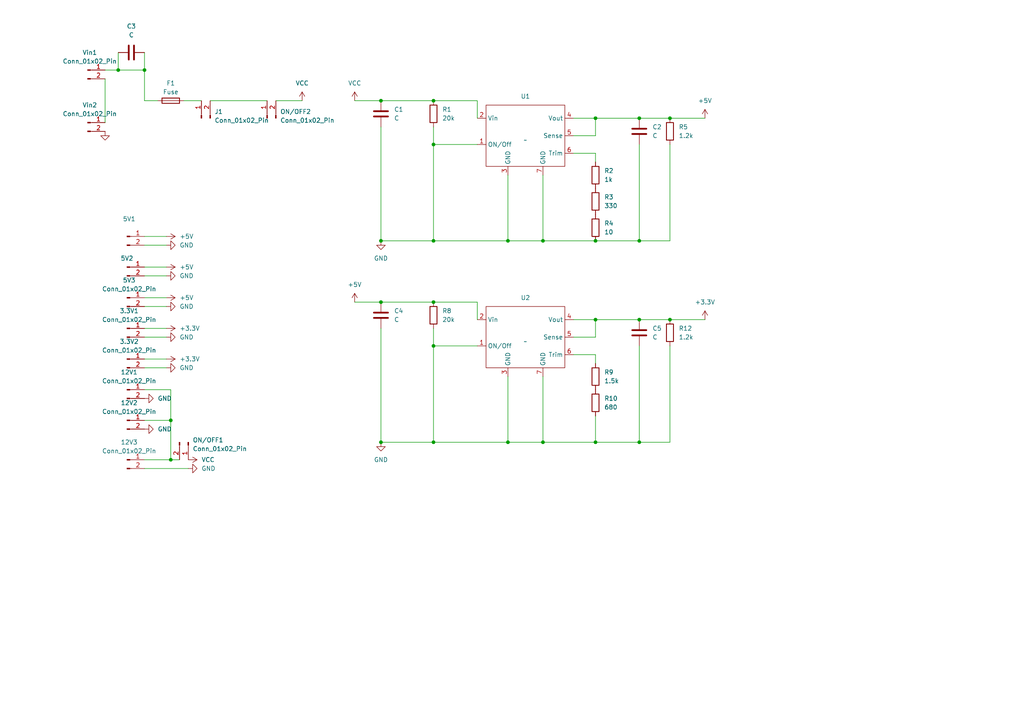
<source format=kicad_sch>
(kicad_sch (version 20230121) (generator eeschema)

  (uuid 7ce36aaa-a8a8-484e-a1da-24c0c4efb2bb)

  (paper "A4")

  (lib_symbols
    (symbol "@admixSymbols2:dcdc" (in_bom yes) (on_board yes)
      (property "Reference" "U" (at 0 0 0)
        (effects (font (size 1.27 1.27)))
      )
      (property "Value" "" (at 0 0 0)
        (effects (font (size 1.27 1.27)))
      )
      (property "Footprint" "" (at 0 0 0)
        (effects (font (size 1.27 1.27)) hide)
      )
      (property "Datasheet" "" (at 0 0 0)
        (effects (font (size 1.27 1.27)) hide)
      )
      (symbol "dcdc_0_1"
        (rectangle (start -11.43 10.16) (end 11.43 -7.62)
          (stroke (width 0) (type default))
          (fill (type none))
        )
      )
      (symbol "dcdc_1_1"
        (pin passive line (at -13.97 -1.27 0) (length 2.54)
          (name "ON/Off" (effects (font (size 1.27 1.27))))
          (number "1" (effects (font (size 1.27 1.27))))
        )
        (pin passive line (at -13.97 6.35 0) (length 2.54)
          (name "Vin" (effects (font (size 1.27 1.27))))
          (number "2" (effects (font (size 1.27 1.27))))
        )
        (pin passive line (at -5.08 -10.16 90) (length 2.54)
          (name "GND" (effects (font (size 1.27 1.27))))
          (number "3" (effects (font (size 1.27 1.27))))
        )
        (pin passive line (at 13.97 6.35 180) (length 2.54)
          (name "Vout" (effects (font (size 1.27 1.27))))
          (number "4" (effects (font (size 1.27 1.27))))
        )
        (pin passive line (at 13.97 1.27 180) (length 2.54)
          (name "Sense" (effects (font (size 1.27 1.27))))
          (number "5" (effects (font (size 1.27 1.27))))
        )
        (pin passive line (at 13.97 -3.81 180) (length 2.54)
          (name "Trim" (effects (font (size 1.27 1.27))))
          (number "6" (effects (font (size 1.27 1.27))))
        )
        (pin passive line (at 5.08 -10.16 90) (length 2.54)
          (name "GND" (effects (font (size 1.27 1.27))))
          (number "7" (effects (font (size 1.27 1.27))))
        )
      )
    )
    (symbol "Conn_01x02_Pin_1" (pin_names (offset 1.016) hide) (in_bom yes) (on_board yes)
      (property "Reference" "J" (at 0 2.54 0)
        (effects (font (size 1.27 1.27)))
      )
      (property "Value" "Conn_01x02_Pin" (at 0 -5.08 0)
        (effects (font (size 1.27 1.27)))
      )
      (property "Footprint" "" (at 0 0 0)
        (effects (font (size 1.27 1.27)) hide)
      )
      (property "Datasheet" "~" (at 0 0 0)
        (effects (font (size 1.27 1.27)) hide)
      )
      (property "ki_locked" "" (at 0 0 0)
        (effects (font (size 1.27 1.27)))
      )
      (property "ki_keywords" "connector" (at 0 0 0)
        (effects (font (size 1.27 1.27)) hide)
      )
      (property "ki_description" "Generic connector, single row, 01x02, script generated" (at 0 0 0)
        (effects (font (size 1.27 1.27)) hide)
      )
      (property "ki_fp_filters" "Connector*:*_1x??_*" (at 0 0 0)
        (effects (font (size 1.27 1.27)) hide)
      )
      (symbol "Conn_01x02_Pin_1_1_1"
        (polyline
          (pts
            (xy 1.27 -2.54)
            (xy 0.8636 -2.54)
          )
          (stroke (width 0.1524) (type default))
          (fill (type none))
        )
        (polyline
          (pts
            (xy 1.27 0)
            (xy 0.8636 0)
          )
          (stroke (width 0.1524) (type default))
          (fill (type none))
        )
        (rectangle (start 0.8636 -2.413) (end 0 -2.667)
          (stroke (width 0.1524) (type default))
          (fill (type outline))
        )
        (rectangle (start 0.8636 0.127) (end 0 -0.127)
          (stroke (width 0.1524) (type default))
          (fill (type outline))
        )
        (pin passive line (at 5.08 0 180) (length 3.81)
          (name "Pin_1" (effects (font (size 1.27 1.27))))
          (number "1" (effects (font (size 1.27 1.27))))
        )
        (pin passive line (at 5.08 -2.54 180) (length 3.81)
          (name "Pin_2" (effects (font (size 1.27 1.27))))
          (number "2" (effects (font (size 1.27 1.27))))
        )
      )
    )
    (symbol "Connector:Conn_01x02_Pin" (pin_names (offset 1.016) hide) (in_bom yes) (on_board yes)
      (property "Reference" "J" (at 0 2.54 0)
        (effects (font (size 1.27 1.27)))
      )
      (property "Value" "Conn_01x02_Pin" (at 0 -5.08 0)
        (effects (font (size 1.27 1.27)))
      )
      (property "Footprint" "" (at 0 0 0)
        (effects (font (size 1.27 1.27)) hide)
      )
      (property "Datasheet" "~" (at 0 0 0)
        (effects (font (size 1.27 1.27)) hide)
      )
      (property "ki_locked" "" (at 0 0 0)
        (effects (font (size 1.27 1.27)))
      )
      (property "ki_keywords" "connector" (at 0 0 0)
        (effects (font (size 1.27 1.27)) hide)
      )
      (property "ki_description" "Generic connector, single row, 01x02, script generated" (at 0 0 0)
        (effects (font (size 1.27 1.27)) hide)
      )
      (property "ki_fp_filters" "Connector*:*_1x??_*" (at 0 0 0)
        (effects (font (size 1.27 1.27)) hide)
      )
      (symbol "Conn_01x02_Pin_1_1"
        (polyline
          (pts
            (xy 1.27 -2.54)
            (xy 0.8636 -2.54)
          )
          (stroke (width 0.1524) (type default))
          (fill (type none))
        )
        (polyline
          (pts
            (xy 1.27 0)
            (xy 0.8636 0)
          )
          (stroke (width 0.1524) (type default))
          (fill (type none))
        )
        (rectangle (start 0.8636 -2.413) (end 0 -2.667)
          (stroke (width 0.1524) (type default))
          (fill (type outline))
        )
        (rectangle (start 0.8636 0.127) (end 0 -0.127)
          (stroke (width 0.1524) (type default))
          (fill (type outline))
        )
        (pin passive line (at 5.08 0 180) (length 3.81)
          (name "Pin_1" (effects (font (size 1.27 1.27))))
          (number "1" (effects (font (size 1.27 1.27))))
        )
        (pin passive line (at 5.08 -2.54 180) (length 3.81)
          (name "Pin_2" (effects (font (size 1.27 1.27))))
          (number "2" (effects (font (size 1.27 1.27))))
        )
      )
    )
    (symbol "Device:C" (pin_numbers hide) (pin_names (offset 0.254)) (in_bom yes) (on_board yes)
      (property "Reference" "C" (at 0.635 2.54 0)
        (effects (font (size 1.27 1.27)) (justify left))
      )
      (property "Value" "C" (at 0.635 -2.54 0)
        (effects (font (size 1.27 1.27)) (justify left))
      )
      (property "Footprint" "" (at 0.9652 -3.81 0)
        (effects (font (size 1.27 1.27)) hide)
      )
      (property "Datasheet" "~" (at 0 0 0)
        (effects (font (size 1.27 1.27)) hide)
      )
      (property "ki_keywords" "cap capacitor" (at 0 0 0)
        (effects (font (size 1.27 1.27)) hide)
      )
      (property "ki_description" "Unpolarized capacitor" (at 0 0 0)
        (effects (font (size 1.27 1.27)) hide)
      )
      (property "ki_fp_filters" "C_*" (at 0 0 0)
        (effects (font (size 1.27 1.27)) hide)
      )
      (symbol "C_0_1"
        (polyline
          (pts
            (xy -2.032 -0.762)
            (xy 2.032 -0.762)
          )
          (stroke (width 0.508) (type default))
          (fill (type none))
        )
        (polyline
          (pts
            (xy -2.032 0.762)
            (xy 2.032 0.762)
          )
          (stroke (width 0.508) (type default))
          (fill (type none))
        )
      )
      (symbol "C_1_1"
        (pin passive line (at 0 3.81 270) (length 2.794)
          (name "~" (effects (font (size 1.27 1.27))))
          (number "1" (effects (font (size 1.27 1.27))))
        )
        (pin passive line (at 0 -3.81 90) (length 2.794)
          (name "~" (effects (font (size 1.27 1.27))))
          (number "2" (effects (font (size 1.27 1.27))))
        )
      )
    )
    (symbol "Device:Fuse" (pin_numbers hide) (pin_names (offset 0)) (in_bom yes) (on_board yes)
      (property "Reference" "F" (at 2.032 0 90)
        (effects (font (size 1.27 1.27)))
      )
      (property "Value" "Fuse" (at -1.905 0 90)
        (effects (font (size 1.27 1.27)))
      )
      (property "Footprint" "" (at -1.778 0 90)
        (effects (font (size 1.27 1.27)) hide)
      )
      (property "Datasheet" "~" (at 0 0 0)
        (effects (font (size 1.27 1.27)) hide)
      )
      (property "ki_keywords" "fuse" (at 0 0 0)
        (effects (font (size 1.27 1.27)) hide)
      )
      (property "ki_description" "Fuse" (at 0 0 0)
        (effects (font (size 1.27 1.27)) hide)
      )
      (property "ki_fp_filters" "*Fuse*" (at 0 0 0)
        (effects (font (size 1.27 1.27)) hide)
      )
      (symbol "Fuse_0_1"
        (rectangle (start -0.762 -2.54) (end 0.762 2.54)
          (stroke (width 0.254) (type default))
          (fill (type none))
        )
        (polyline
          (pts
            (xy 0 2.54)
            (xy 0 -2.54)
          )
          (stroke (width 0) (type default))
          (fill (type none))
        )
      )
      (symbol "Fuse_1_1"
        (pin passive line (at 0 3.81 270) (length 1.27)
          (name "~" (effects (font (size 1.27 1.27))))
          (number "1" (effects (font (size 1.27 1.27))))
        )
        (pin passive line (at 0 -3.81 90) (length 1.27)
          (name "~" (effects (font (size 1.27 1.27))))
          (number "2" (effects (font (size 1.27 1.27))))
        )
      )
    )
    (symbol "Device:R" (pin_numbers hide) (pin_names (offset 0)) (in_bom yes) (on_board yes)
      (property "Reference" "R" (at 2.032 0 90)
        (effects (font (size 1.27 1.27)))
      )
      (property "Value" "R" (at 0 0 90)
        (effects (font (size 1.27 1.27)))
      )
      (property "Footprint" "" (at -1.778 0 90)
        (effects (font (size 1.27 1.27)) hide)
      )
      (property "Datasheet" "~" (at 0 0 0)
        (effects (font (size 1.27 1.27)) hide)
      )
      (property "ki_keywords" "R res resistor" (at 0 0 0)
        (effects (font (size 1.27 1.27)) hide)
      )
      (property "ki_description" "Resistor" (at 0 0 0)
        (effects (font (size 1.27 1.27)) hide)
      )
      (property "ki_fp_filters" "R_*" (at 0 0 0)
        (effects (font (size 1.27 1.27)) hide)
      )
      (symbol "R_0_1"
        (rectangle (start -1.016 -2.54) (end 1.016 2.54)
          (stroke (width 0.254) (type default))
          (fill (type none))
        )
      )
      (symbol "R_1_1"
        (pin passive line (at 0 3.81 270) (length 1.27)
          (name "~" (effects (font (size 1.27 1.27))))
          (number "1" (effects (font (size 1.27 1.27))))
        )
        (pin passive line (at 0 -3.81 90) (length 1.27)
          (name "~" (effects (font (size 1.27 1.27))))
          (number "2" (effects (font (size 1.27 1.27))))
        )
      )
    )
    (symbol "power:+3.3V" (power) (pin_names (offset 0)) (in_bom yes) (on_board yes)
      (property "Reference" "#PWR" (at 0 -3.81 0)
        (effects (font (size 1.27 1.27)) hide)
      )
      (property "Value" "+3.3V" (at 0 3.556 0)
        (effects (font (size 1.27 1.27)))
      )
      (property "Footprint" "" (at 0 0 0)
        (effects (font (size 1.27 1.27)) hide)
      )
      (property "Datasheet" "" (at 0 0 0)
        (effects (font (size 1.27 1.27)) hide)
      )
      (property "ki_keywords" "global power" (at 0 0 0)
        (effects (font (size 1.27 1.27)) hide)
      )
      (property "ki_description" "Power symbol creates a global label with name \"+3.3V\"" (at 0 0 0)
        (effects (font (size 1.27 1.27)) hide)
      )
      (symbol "+3.3V_0_1"
        (polyline
          (pts
            (xy -0.762 1.27)
            (xy 0 2.54)
          )
          (stroke (width 0) (type default))
          (fill (type none))
        )
        (polyline
          (pts
            (xy 0 0)
            (xy 0 2.54)
          )
          (stroke (width 0) (type default))
          (fill (type none))
        )
        (polyline
          (pts
            (xy 0 2.54)
            (xy 0.762 1.27)
          )
          (stroke (width 0) (type default))
          (fill (type none))
        )
      )
      (symbol "+3.3V_1_1"
        (pin power_in line (at 0 0 90) (length 0) hide
          (name "+3.3V" (effects (font (size 1.27 1.27))))
          (number "1" (effects (font (size 1.27 1.27))))
        )
      )
    )
    (symbol "power:+5V" (power) (pin_names (offset 0)) (in_bom yes) (on_board yes)
      (property "Reference" "#PWR" (at 0 -3.81 0)
        (effects (font (size 1.27 1.27)) hide)
      )
      (property "Value" "+5V" (at 0 3.556 0)
        (effects (font (size 1.27 1.27)))
      )
      (property "Footprint" "" (at 0 0 0)
        (effects (font (size 1.27 1.27)) hide)
      )
      (property "Datasheet" "" (at 0 0 0)
        (effects (font (size 1.27 1.27)) hide)
      )
      (property "ki_keywords" "global power" (at 0 0 0)
        (effects (font (size 1.27 1.27)) hide)
      )
      (property "ki_description" "Power symbol creates a global label with name \"+5V\"" (at 0 0 0)
        (effects (font (size 1.27 1.27)) hide)
      )
      (symbol "+5V_0_1"
        (polyline
          (pts
            (xy -0.762 1.27)
            (xy 0 2.54)
          )
          (stroke (width 0) (type default))
          (fill (type none))
        )
        (polyline
          (pts
            (xy 0 0)
            (xy 0 2.54)
          )
          (stroke (width 0) (type default))
          (fill (type none))
        )
        (polyline
          (pts
            (xy 0 2.54)
            (xy 0.762 1.27)
          )
          (stroke (width 0) (type default))
          (fill (type none))
        )
      )
      (symbol "+5V_1_1"
        (pin power_in line (at 0 0 90) (length 0) hide
          (name "+5V" (effects (font (size 1.27 1.27))))
          (number "1" (effects (font (size 1.27 1.27))))
        )
      )
    )
    (symbol "power:GND" (power) (pin_names (offset 0)) (in_bom yes) (on_board yes)
      (property "Reference" "#PWR" (at 0 -6.35 0)
        (effects (font (size 1.27 1.27)) hide)
      )
      (property "Value" "GND" (at 0 -3.81 0)
        (effects (font (size 1.27 1.27)))
      )
      (property "Footprint" "" (at 0 0 0)
        (effects (font (size 1.27 1.27)) hide)
      )
      (property "Datasheet" "" (at 0 0 0)
        (effects (font (size 1.27 1.27)) hide)
      )
      (property "ki_keywords" "global power" (at 0 0 0)
        (effects (font (size 1.27 1.27)) hide)
      )
      (property "ki_description" "Power symbol creates a global label with name \"GND\" , ground" (at 0 0 0)
        (effects (font (size 1.27 1.27)) hide)
      )
      (symbol "GND_0_1"
        (polyline
          (pts
            (xy 0 0)
            (xy 0 -1.27)
            (xy 1.27 -1.27)
            (xy 0 -2.54)
            (xy -1.27 -1.27)
            (xy 0 -1.27)
          )
          (stroke (width 0) (type default))
          (fill (type none))
        )
      )
      (symbol "GND_1_1"
        (pin power_in line (at 0 0 270) (length 0) hide
          (name "GND" (effects (font (size 1.27 1.27))))
          (number "1" (effects (font (size 1.27 1.27))))
        )
      )
    )
    (symbol "power:VCC" (power) (pin_names (offset 0)) (in_bom yes) (on_board yes)
      (property "Reference" "#PWR" (at 0 -3.81 0)
        (effects (font (size 1.27 1.27)) hide)
      )
      (property "Value" "VCC" (at 0 3.81 0)
        (effects (font (size 1.27 1.27)))
      )
      (property "Footprint" "" (at 0 0 0)
        (effects (font (size 1.27 1.27)) hide)
      )
      (property "Datasheet" "" (at 0 0 0)
        (effects (font (size 1.27 1.27)) hide)
      )
      (property "ki_keywords" "global power" (at 0 0 0)
        (effects (font (size 1.27 1.27)) hide)
      )
      (property "ki_description" "Power symbol creates a global label with name \"VCC\"" (at 0 0 0)
        (effects (font (size 1.27 1.27)) hide)
      )
      (symbol "VCC_0_1"
        (polyline
          (pts
            (xy -0.762 1.27)
            (xy 0 2.54)
          )
          (stroke (width 0) (type default))
          (fill (type none))
        )
        (polyline
          (pts
            (xy 0 0)
            (xy 0 2.54)
          )
          (stroke (width 0) (type default))
          (fill (type none))
        )
        (polyline
          (pts
            (xy 0 2.54)
            (xy 0.762 1.27)
          )
          (stroke (width 0) (type default))
          (fill (type none))
        )
      )
      (symbol "VCC_1_1"
        (pin power_in line (at 0 0 90) (length 0) hide
          (name "VCC" (effects (font (size 1.27 1.27))))
          (number "1" (effects (font (size 1.27 1.27))))
        )
      )
    )
  )

  (junction (at 172.72 92.71) (diameter 0) (color 0 0 0 0)
    (uuid 09689dce-5fac-4c0e-bbd4-f876c656c8c0)
  )
  (junction (at 185.42 34.29) (diameter 0) (color 0 0 0 0)
    (uuid 0980e7b4-2772-412b-9062-03739f491a9f)
  )
  (junction (at 125.73 41.91) (diameter 0) (color 0 0 0 0)
    (uuid 1fa45590-229a-4a32-a618-8c44bb7bc49b)
  )
  (junction (at 185.42 92.71) (diameter 0) (color 0 0 0 0)
    (uuid 2685f4d0-d226-42ca-8844-21c1321d26aa)
  )
  (junction (at 110.49 87.63) (diameter 0) (color 0 0 0 0)
    (uuid 316453b1-5336-4ca1-bc6a-b5b9e6a07e0f)
  )
  (junction (at 185.42 128.27) (diameter 0) (color 0 0 0 0)
    (uuid 330b4b54-16f4-4f70-b7c4-8d9d39cd3fa0)
  )
  (junction (at 147.32 128.27) (diameter 0) (color 0 0 0 0)
    (uuid 339194f4-7233-492e-b861-f5b6ee4eaa27)
  )
  (junction (at 49.53 121.92) (diameter 0) (color 0 0 0 0)
    (uuid 40b02202-1392-47d3-a8ff-e4d2003630ad)
  )
  (junction (at 110.49 128.27) (diameter 0) (color 0 0 0 0)
    (uuid 493ffe77-b6fb-4497-9ec0-b1d75618c61d)
  )
  (junction (at 41.91 20.32) (diameter 0) (color 0 0 0 0)
    (uuid 4dbe1028-1229-4d74-860c-2a7d4273a0ff)
  )
  (junction (at 110.49 29.21) (diameter 0) (color 0 0 0 0)
    (uuid 58e40b56-cf5d-4c03-81e3-61b4f37ade83)
  )
  (junction (at 49.53 133.35) (diameter 0) (color 0 0 0 0)
    (uuid 6097685d-8aaa-4735-b517-c098d4b1e3d0)
  )
  (junction (at 125.73 29.21) (diameter 0) (color 0 0 0 0)
    (uuid 6b40e480-ad0a-4d2b-8a6d-0c31f998c2ff)
  )
  (junction (at 185.42 69.85) (diameter 0) (color 0 0 0 0)
    (uuid 6fc7fc59-6730-4276-bcba-24e259f5fe5f)
  )
  (junction (at 194.31 92.71) (diameter 0) (color 0 0 0 0)
    (uuid 72612aa3-22ce-4769-ad20-3c21f70559c7)
  )
  (junction (at 110.49 69.85) (diameter 0) (color 0 0 0 0)
    (uuid 7b6d464b-6a21-4af3-87f9-13578ff90e2a)
  )
  (junction (at 125.73 100.33) (diameter 0) (color 0 0 0 0)
    (uuid 85029fa8-f6c4-45a0-a771-053f0d37b7bb)
  )
  (junction (at 172.72 69.85) (diameter 0) (color 0 0 0 0)
    (uuid 87923ef3-e05b-4fd6-b716-7e5a73e78e34)
  )
  (junction (at 194.31 34.29) (diameter 0) (color 0 0 0 0)
    (uuid 8d79e606-b836-4cf6-a6a2-50b83b3072b0)
  )
  (junction (at 147.32 69.85) (diameter 0) (color 0 0 0 0)
    (uuid 92701c3b-5b4b-4f2b-8d7b-d053d2bdfda7)
  )
  (junction (at 157.48 69.85) (diameter 0) (color 0 0 0 0)
    (uuid 94a8c25d-244f-4ddb-b4b6-d63b3b113360)
  )
  (junction (at 157.48 128.27) (diameter 0) (color 0 0 0 0)
    (uuid 9bbcc819-e214-4941-be39-a621be59a66a)
  )
  (junction (at 125.73 69.85) (diameter 0) (color 0 0 0 0)
    (uuid a9100521-f684-42ac-b621-6950509ea56b)
  )
  (junction (at 172.72 34.29) (diameter 0) (color 0 0 0 0)
    (uuid b12a6f2a-d163-4a3c-9ce4-59b526209c03)
  )
  (junction (at 172.72 128.27) (diameter 0) (color 0 0 0 0)
    (uuid bfbf1e50-4f8c-4e8a-aceb-7b7eb70a0f22)
  )
  (junction (at 125.73 87.63) (diameter 0) (color 0 0 0 0)
    (uuid dd38f908-5382-4a7b-8c5f-68ea286f1cb0)
  )
  (junction (at 34.29 20.32) (diameter 0) (color 0 0 0 0)
    (uuid deb05d8c-4d23-45dc-8541-5c7959be4941)
  )
  (junction (at 125.73 128.27) (diameter 0) (color 0 0 0 0)
    (uuid f3e9396d-6483-4149-94c5-0a92a1aac5fc)
  )

  (wire (pts (xy 125.73 29.21) (xy 138.43 29.21))
    (stroke (width 0) (type default))
    (uuid 025fc161-e286-4c5e-ae99-42a40deed446)
  )
  (wire (pts (xy 185.42 92.71) (xy 194.31 92.71))
    (stroke (width 0) (type default))
    (uuid 03b31cfe-69cb-4089-a99f-0bb3d2f24c22)
  )
  (wire (pts (xy 41.91 95.25) (xy 48.26 95.25))
    (stroke (width 0) (type default))
    (uuid 04020bfe-aab6-48f8-8b8c-a726cbcb01d2)
  )
  (wire (pts (xy 185.42 128.27) (xy 194.31 128.27))
    (stroke (width 0) (type default))
    (uuid 043a7fca-18b5-4d0d-9ddc-e216663d8e9a)
  )
  (wire (pts (xy 41.91 133.35) (xy 49.53 133.35))
    (stroke (width 0) (type default))
    (uuid 07f3e323-e511-4db6-a4d0-4dd08e620625)
  )
  (wire (pts (xy 157.48 50.8) (xy 157.48 69.85))
    (stroke (width 0) (type default))
    (uuid 0e2fedb7-f5ca-4ee0-ac64-a3dad569a44f)
  )
  (wire (pts (xy 110.49 128.27) (xy 125.73 128.27))
    (stroke (width 0) (type default))
    (uuid 0eb117e2-dfca-4273-bc82-46e49818c418)
  )
  (wire (pts (xy 41.91 77.47) (xy 48.26 77.47))
    (stroke (width 0) (type default))
    (uuid 12f2e8db-67e7-4186-a75d-23f0aef01677)
  )
  (wire (pts (xy 172.72 69.85) (xy 185.42 69.85))
    (stroke (width 0) (type default))
    (uuid 15399601-f495-400f-9270-a4e838dec5ab)
  )
  (wire (pts (xy 41.91 71.12) (xy 48.26 71.12))
    (stroke (width 0) (type default))
    (uuid 1609f7fa-a410-41c2-92f7-898a5954952a)
  )
  (wire (pts (xy 102.87 29.21) (xy 110.49 29.21))
    (stroke (width 0) (type default))
    (uuid 17fa0690-1516-4366-a282-3809c86d9662)
  )
  (wire (pts (xy 125.73 128.27) (xy 147.32 128.27))
    (stroke (width 0) (type default))
    (uuid 189c203d-6a35-4823-8d8f-e8758a2648a9)
  )
  (wire (pts (xy 194.31 100.33) (xy 194.31 128.27))
    (stroke (width 0) (type default))
    (uuid 1aecbdb3-b8be-442f-8a58-297e98d2bb13)
  )
  (wire (pts (xy 60.96 29.21) (xy 77.47 29.21))
    (stroke (width 0) (type default))
    (uuid 1ca8e303-5c11-451c-a9fa-638fc147a7d0)
  )
  (wire (pts (xy 125.73 87.63) (xy 138.43 87.63))
    (stroke (width 0) (type default))
    (uuid 1db18e3e-0012-40c9-a92e-494b6cf62db6)
  )
  (wire (pts (xy 34.29 15.24) (xy 34.29 20.32))
    (stroke (width 0) (type default))
    (uuid 23ffd44a-158b-4eb4-93ac-5b77f67d1b9c)
  )
  (wire (pts (xy 41.91 80.01) (xy 48.26 80.01))
    (stroke (width 0) (type default))
    (uuid 257caa08-244e-4f4e-b28f-7f54da8d138f)
  )
  (wire (pts (xy 166.37 34.29) (xy 172.72 34.29))
    (stroke (width 0) (type default))
    (uuid 2abfd58a-7ecf-4fa7-9bcd-f76d12d35233)
  )
  (wire (pts (xy 125.73 41.91) (xy 138.43 41.91))
    (stroke (width 0) (type default))
    (uuid 2accc509-3d27-4739-b6c8-c8e4ee41033f)
  )
  (wire (pts (xy 110.49 36.83) (xy 110.49 69.85))
    (stroke (width 0) (type default))
    (uuid 2efaeca4-023b-4cf9-80e8-06a0585349a1)
  )
  (wire (pts (xy 166.37 44.45) (xy 172.72 44.45))
    (stroke (width 0) (type default))
    (uuid 2f86edef-e902-4320-8ef5-8625c16eeeac)
  )
  (wire (pts (xy 172.72 120.65) (xy 172.72 128.27))
    (stroke (width 0) (type default))
    (uuid 314e85ed-7e99-4f46-91a8-9bf43592c75c)
  )
  (wire (pts (xy 125.73 41.91) (xy 125.73 69.85))
    (stroke (width 0) (type default))
    (uuid 40b536c1-68be-40dc-aa94-73e9a0c92313)
  )
  (wire (pts (xy 185.42 41.91) (xy 185.42 69.85))
    (stroke (width 0) (type default))
    (uuid 4a4d189a-11a1-4a90-b826-30221d86f46f)
  )
  (wire (pts (xy 125.73 36.83) (xy 125.73 41.91))
    (stroke (width 0) (type default))
    (uuid 4c289e8e-411c-4e43-a9e0-fead8f279186)
  )
  (wire (pts (xy 41.91 20.32) (xy 41.91 29.21))
    (stroke (width 0) (type default))
    (uuid 4c3324b7-2667-4f8d-bd8a-9fe7fb0c3ebe)
  )
  (wire (pts (xy 166.37 92.71) (xy 172.72 92.71))
    (stroke (width 0) (type default))
    (uuid 4f45a61b-b1fb-4eb9-8106-c5a03c2f4e9a)
  )
  (wire (pts (xy 172.72 92.71) (xy 185.42 92.71))
    (stroke (width 0) (type default))
    (uuid 4fc9a23c-2495-48ee-98e3-449d459fa087)
  )
  (wire (pts (xy 194.31 41.91) (xy 194.31 69.85))
    (stroke (width 0) (type default))
    (uuid 51bbda0b-ac17-4089-969c-bea0859b7813)
  )
  (wire (pts (xy 147.32 69.85) (xy 157.48 69.85))
    (stroke (width 0) (type default))
    (uuid 5823f74c-cc3c-4069-b6b9-803d349e07f9)
  )
  (wire (pts (xy 41.91 88.9) (xy 48.26 88.9))
    (stroke (width 0) (type default))
    (uuid 58b153c1-53b4-4393-aa10-6198db8b20d0)
  )
  (wire (pts (xy 41.91 106.68) (xy 48.26 106.68))
    (stroke (width 0) (type default))
    (uuid 5a53084b-653c-4613-8e4e-ffb9f0562725)
  )
  (wire (pts (xy 125.73 95.25) (xy 125.73 100.33))
    (stroke (width 0) (type default))
    (uuid 5d2b88ba-518f-4b7c-8d91-317f3d59554b)
  )
  (wire (pts (xy 30.48 20.32) (xy 34.29 20.32))
    (stroke (width 0) (type default))
    (uuid 622199c8-4ab8-46b7-b44c-e878b95b92a0)
  )
  (wire (pts (xy 172.72 128.27) (xy 185.42 128.27))
    (stroke (width 0) (type default))
    (uuid 642ab751-15d4-4b23-8645-3122944b663a)
  )
  (wire (pts (xy 49.53 121.92) (xy 49.53 133.35))
    (stroke (width 0) (type default))
    (uuid 6565da97-5bd7-44d7-b5c8-65263cc7e181)
  )
  (wire (pts (xy 41.91 97.79) (xy 48.26 97.79))
    (stroke (width 0) (type default))
    (uuid 664fcadf-ca58-430c-afcc-c49011e1d62c)
  )
  (wire (pts (xy 185.42 69.85) (xy 194.31 69.85))
    (stroke (width 0) (type default))
    (uuid 6732f01a-c5ac-4412-8c77-b05a98d41147)
  )
  (wire (pts (xy 185.42 100.33) (xy 185.42 128.27))
    (stroke (width 0) (type default))
    (uuid 678ce964-7c84-4f03-8ed5-8e6716c81b9a)
  )
  (wire (pts (xy 138.43 29.21) (xy 138.43 34.29))
    (stroke (width 0) (type default))
    (uuid 6f42883b-86b1-49b9-aa9b-13aac03249fe)
  )
  (wire (pts (xy 110.49 95.25) (xy 110.49 128.27))
    (stroke (width 0) (type default))
    (uuid 70dad7c5-718d-4c80-8b8b-de2e81622cb0)
  )
  (wire (pts (xy 125.73 100.33) (xy 138.43 100.33))
    (stroke (width 0) (type default))
    (uuid 7155e780-8b2a-4c4d-9d97-0843512469ed)
  )
  (wire (pts (xy 172.72 39.37) (xy 172.72 34.29))
    (stroke (width 0) (type default))
    (uuid 740615b8-f991-4cfc-99e4-ad39add8fcc9)
  )
  (wire (pts (xy 147.32 109.22) (xy 147.32 128.27))
    (stroke (width 0) (type default))
    (uuid 7d61789b-fb28-4f3d-97f4-53a86e55b6e7)
  )
  (wire (pts (xy 166.37 97.79) (xy 172.72 97.79))
    (stroke (width 0) (type default))
    (uuid 7fefec2c-65c9-4e4b-b20e-841827c5fc6a)
  )
  (wire (pts (xy 172.72 44.45) (xy 172.72 46.99))
    (stroke (width 0) (type default))
    (uuid 8353f92d-8f08-4f44-b7a2-c6405dcb5bfc)
  )
  (wire (pts (xy 41.91 121.92) (xy 49.53 121.92))
    (stroke (width 0) (type default))
    (uuid 85b54642-c2f1-47b0-915e-5cd63bf60201)
  )
  (wire (pts (xy 194.31 92.71) (xy 204.47 92.71))
    (stroke (width 0) (type default))
    (uuid 8c27939d-691f-428a-9da1-9340c5a3b67a)
  )
  (wire (pts (xy 172.72 97.79) (xy 172.72 92.71))
    (stroke (width 0) (type default))
    (uuid 916c91ad-b0a5-48ca-88e7-eb0a4d629f5a)
  )
  (wire (pts (xy 41.91 113.03) (xy 49.53 113.03))
    (stroke (width 0) (type default))
    (uuid 93c7da40-db1b-4fb5-bc97-9a086220281a)
  )
  (wire (pts (xy 41.91 104.14) (xy 48.26 104.14))
    (stroke (width 0) (type default))
    (uuid 96d48bb3-3b3f-46a1-bd12-955018b0c760)
  )
  (wire (pts (xy 80.01 29.21) (xy 87.63 29.21))
    (stroke (width 0) (type default))
    (uuid 97302aed-f98f-4628-aace-78a14854e6d9)
  )
  (wire (pts (xy 125.73 69.85) (xy 147.32 69.85))
    (stroke (width 0) (type default))
    (uuid 9baa96ee-3d3d-4b8d-8b4f-6c95c56f2945)
  )
  (wire (pts (xy 102.87 87.63) (xy 110.49 87.63))
    (stroke (width 0) (type default))
    (uuid 9c7589d5-c15e-46e1-a076-c91ca4d46643)
  )
  (wire (pts (xy 147.32 128.27) (xy 157.48 128.27))
    (stroke (width 0) (type default))
    (uuid 9e73c730-8fb4-4768-9328-fc19647d1a7d)
  )
  (wire (pts (xy 166.37 39.37) (xy 172.72 39.37))
    (stroke (width 0) (type default))
    (uuid a0df0075-f0e1-4c19-afe4-90f6cd29f8c0)
  )
  (wire (pts (xy 157.48 128.27) (xy 172.72 128.27))
    (stroke (width 0) (type default))
    (uuid a461e9b7-4203-4a3c-a65d-028b98a8e03f)
  )
  (wire (pts (xy 41.91 86.36) (xy 48.26 86.36))
    (stroke (width 0) (type default))
    (uuid a4e50231-d892-4058-bd7e-b4017d673da3)
  )
  (wire (pts (xy 41.91 15.24) (xy 41.91 20.32))
    (stroke (width 0) (type default))
    (uuid a5abb935-bf18-42c8-bd7d-313d08f60672)
  )
  (wire (pts (xy 147.32 50.8) (xy 147.32 69.85))
    (stroke (width 0) (type default))
    (uuid b6890856-9d89-4631-bfb9-6efd613af36f)
  )
  (wire (pts (xy 110.49 87.63) (xy 125.73 87.63))
    (stroke (width 0) (type default))
    (uuid bac320ff-7e72-4bd5-8eb5-e53235c8d770)
  )
  (wire (pts (xy 125.73 100.33) (xy 125.73 128.27))
    (stroke (width 0) (type default))
    (uuid bcc4f6fb-ec07-449f-ac40-90967d0ba7fa)
  )
  (wire (pts (xy 49.53 133.35) (xy 52.07 133.35))
    (stroke (width 0) (type default))
    (uuid bcc9e8c0-0c7c-4aae-85dd-51232eddc974)
  )
  (wire (pts (xy 157.48 69.85) (xy 172.72 69.85))
    (stroke (width 0) (type default))
    (uuid c0586808-1450-4979-a829-046ac51fd69e)
  )
  (wire (pts (xy 185.42 34.29) (xy 194.31 34.29))
    (stroke (width 0) (type default))
    (uuid c9412164-9f0a-4501-8b92-ff473aca7d54)
  )
  (wire (pts (xy 34.29 20.32) (xy 41.91 20.32))
    (stroke (width 0) (type default))
    (uuid cad280a0-354f-45f3-8a54-0b862178ec6c)
  )
  (wire (pts (xy 172.72 102.87) (xy 172.72 105.41))
    (stroke (width 0) (type default))
    (uuid cb4a1f90-e205-4789-b00a-0f5de06c244b)
  )
  (wire (pts (xy 172.72 34.29) (xy 185.42 34.29))
    (stroke (width 0) (type default))
    (uuid ce0a8ac4-8966-4423-a176-6a64b5b45bd4)
  )
  (wire (pts (xy 41.91 68.58) (xy 48.26 68.58))
    (stroke (width 0) (type default))
    (uuid d149a811-53cc-459f-981c-32e40c99aad7)
  )
  (wire (pts (xy 166.37 102.87) (xy 172.72 102.87))
    (stroke (width 0) (type default))
    (uuid de1d46fb-4e07-4a70-a794-242844c9d369)
  )
  (wire (pts (xy 138.43 87.63) (xy 138.43 92.71))
    (stroke (width 0) (type default))
    (uuid e3f9ec25-aa1b-4c2c-a4ec-21bc0ecb6fe4)
  )
  (wire (pts (xy 41.91 29.21) (xy 45.72 29.21))
    (stroke (width 0) (type default))
    (uuid e7db9051-8cd7-4897-84df-af834e33472c)
  )
  (wire (pts (xy 110.49 69.85) (xy 125.73 69.85))
    (stroke (width 0) (type default))
    (uuid e86ad4bc-6413-4632-be17-3e610a4b308e)
  )
  (wire (pts (xy 53.34 29.21) (xy 58.42 29.21))
    (stroke (width 0) (type default))
    (uuid e9c8d53a-a96a-4d35-a270-5ec0edaac023)
  )
  (wire (pts (xy 157.48 109.22) (xy 157.48 128.27))
    (stroke (width 0) (type default))
    (uuid e9e76ac3-bc43-4c1e-a715-100536014c47)
  )
  (wire (pts (xy 49.53 113.03) (xy 49.53 121.92))
    (stroke (width 0) (type default))
    (uuid f84d78e9-f93f-45e1-8e1e-cb41505cbe1d)
  )
  (wire (pts (xy 194.31 34.29) (xy 204.47 34.29))
    (stroke (width 0) (type default))
    (uuid f89a06bb-5b67-444f-8575-46fedf7d63fb)
  )
  (wire (pts (xy 110.49 29.21) (xy 125.73 29.21))
    (stroke (width 0) (type default))
    (uuid fb2a23e7-2947-419c-aca6-1197e8a17e2f)
  )
  (wire (pts (xy 41.91 135.89) (xy 54.61 135.89))
    (stroke (width 0) (type default))
    (uuid fb633f2e-5487-40fd-9ff8-2967cfff5491)
  )
  (wire (pts (xy 30.48 22.86) (xy 30.48 35.56))
    (stroke (width 0) (type default))
    (uuid fe83562e-09b1-4b0a-aec1-91c10edb3c04)
  )

  (symbol (lib_id "Device:R") (at 172.72 116.84 0) (unit 1)
    (in_bom yes) (on_board yes) (dnp no) (fields_autoplaced)
    (uuid 0b06aa82-1806-46ee-9658-c33d488f8d2f)
    (property "Reference" "R10" (at 175.26 115.57 0)
      (effects (font (size 1.27 1.27)) (justify left))
    )
    (property "Value" "680" (at 175.26 118.11 0)
      (effects (font (size 1.27 1.27)) (justify left))
    )
    (property "Footprint" "Resistor_THT:R_Axial_DIN0207_L6.3mm_D2.5mm_P7.62mm_Horizontal" (at 170.942 116.84 90)
      (effects (font (size 1.27 1.27)) hide)
    )
    (property "Datasheet" "~" (at 172.72 116.84 0)
      (effects (font (size 1.27 1.27)) hide)
    )
    (pin "1" (uuid d90efda5-f3ab-4ba9-81a6-b698f93d1095))
    (pin "2" (uuid 3682f832-38b0-4472-8c15-7d807a5dff16))
    (instances
      (project "dengen"
        (path "/7ce36aaa-a8a8-484e-a1da-24c0c4efb2bb"
          (reference "R10") (unit 1)
        )
      )
    )
  )

  (symbol (lib_id "power:GND") (at 48.26 97.79 90) (unit 1)
    (in_bom yes) (on_board yes) (dnp no) (fields_autoplaced)
    (uuid 161aea7e-9b33-4f01-9a76-e3cdd16a2d0b)
    (property "Reference" "#PWR019" (at 54.61 97.79 0)
      (effects (font (size 1.27 1.27)) hide)
    )
    (property "Value" "GND" (at 52.07 97.79 90)
      (effects (font (size 1.27 1.27)) (justify right))
    )
    (property "Footprint" "" (at 48.26 97.79 0)
      (effects (font (size 1.27 1.27)) hide)
    )
    (property "Datasheet" "" (at 48.26 97.79 0)
      (effects (font (size 1.27 1.27)) hide)
    )
    (pin "1" (uuid e3970a34-606b-490a-8833-1a144f4a17e6))
    (instances
      (project "dengen"
        (path "/7ce36aaa-a8a8-484e-a1da-24c0c4efb2bb"
          (reference "#PWR019") (unit 1)
        )
      )
    )
  )

  (symbol (lib_id "@admixSymbols2:dcdc") (at 152.4 40.64 0) (unit 1)
    (in_bom yes) (on_board yes) (dnp no) (fields_autoplaced)
    (uuid 1c0c149d-2879-4297-8e5f-3c97b8253090)
    (property "Reference" "U1" (at 152.4 27.94 0)
      (effects (font (size 1.27 1.27)))
    )
    (property "Value" "~" (at 152.4 40.64 0)
      (effects (font (size 1.27 1.27)))
    )
    (property "Footprint" "@admixFootPrints:dcdc" (at 152.4 40.64 0)
      (effects (font (size 1.27 1.27)) hide)
    )
    (property "Datasheet" "" (at 152.4 40.64 0)
      (effects (font (size 1.27 1.27)) hide)
    )
    (pin "1" (uuid 3121a1b3-1749-4d1e-9463-cd45308834c3))
    (pin "2" (uuid 2934d975-3ac3-4ce9-9b7f-b441f9fb8374))
    (pin "3" (uuid 174ba0f6-23ed-4596-b666-4fd418f5b797))
    (pin "4" (uuid 05c0d534-cc4c-4720-b37f-32ce85380198))
    (pin "5" (uuid 92b7107e-a01d-41c5-a46a-eda8e7935835))
    (pin "6" (uuid 3414f64f-0c66-43c0-8f62-b83b4119f1b5))
    (pin "7" (uuid 9cca7560-6888-4b09-87db-f60178477a87))
    (instances
      (project "dengen"
        (path "/7ce36aaa-a8a8-484e-a1da-24c0c4efb2bb"
          (reference "U1") (unit 1)
        )
      )
    )
  )

  (symbol (lib_id "Device:C") (at 110.49 91.44 0) (unit 1)
    (in_bom yes) (on_board yes) (dnp no) (fields_autoplaced)
    (uuid 219de582-d346-4d02-a7b2-8b0ef7995346)
    (property "Reference" "C4" (at 114.3 90.17 0)
      (effects (font (size 1.27 1.27)) (justify left))
    )
    (property "Value" "C" (at 114.3 92.71 0)
      (effects (font (size 1.27 1.27)) (justify left))
    )
    (property "Footprint" "Capacitor_SMD:C_0805_2012Metric" (at 111.4552 95.25 0)
      (effects (font (size 1.27 1.27)) hide)
    )
    (property "Datasheet" "~" (at 110.49 91.44 0)
      (effects (font (size 1.27 1.27)) hide)
    )
    (pin "1" (uuid f4ad5b25-27c5-497d-a722-ba5c664a5e6f))
    (pin "2" (uuid 8ac4ee5c-5e49-41b8-b5a6-d0785f22c3f6))
    (instances
      (project "dengen"
        (path "/7ce36aaa-a8a8-484e-a1da-24c0c4efb2bb"
          (reference "C4") (unit 1)
        )
      )
    )
  )

  (symbol (lib_id "Device:R") (at 172.72 109.22 0) (unit 1)
    (in_bom yes) (on_board yes) (dnp no) (fields_autoplaced)
    (uuid 23a8cc1d-4708-42f1-ba39-a2294ac0ac2f)
    (property "Reference" "R9" (at 175.26 107.95 0)
      (effects (font (size 1.27 1.27)) (justify left))
    )
    (property "Value" "1.5k" (at 175.26 110.49 0)
      (effects (font (size 1.27 1.27)) (justify left))
    )
    (property "Footprint" "Resistor_THT:R_Axial_DIN0207_L6.3mm_D2.5mm_P7.62mm_Horizontal" (at 170.942 109.22 90)
      (effects (font (size 1.27 1.27)) hide)
    )
    (property "Datasheet" "~" (at 172.72 109.22 0)
      (effects (font (size 1.27 1.27)) hide)
    )
    (pin "1" (uuid bc00dcc3-fa03-43ca-afc2-c85b6ece751c))
    (pin "2" (uuid 9c1d9c9e-de28-4e78-b7a5-51fa40ae5daf))
    (instances
      (project "dengen"
        (path "/7ce36aaa-a8a8-484e-a1da-24c0c4efb2bb"
          (reference "R9") (unit 1)
        )
      )
    )
  )

  (symbol (lib_id "Connector:Conn_01x02_Pin") (at 58.42 34.29 90) (unit 1)
    (in_bom yes) (on_board yes) (dnp no) (fields_autoplaced)
    (uuid 24bbb432-677b-4052-871d-8567d6a3a11b)
    (property "Reference" "J1" (at 62.23 32.385 90)
      (effects (font (size 1.27 1.27)) (justify right))
    )
    (property "Value" "Conn_01x02_Pin" (at 62.23 34.925 90)
      (effects (font (size 1.27 1.27)) (justify right))
    )
    (property "Footprint" "Connector_JST:JST_XH_S2B-XH-A-1_1x02_P2.50mm_Horizontal" (at 58.42 34.29 0)
      (effects (font (size 1.27 1.27)) hide)
    )
    (property "Datasheet" "~" (at 58.42 34.29 0)
      (effects (font (size 1.27 1.27)) hide)
    )
    (pin "1" (uuid 0fba3b9b-8571-47ef-90e0-a7e022ee3236))
    (pin "2" (uuid ff9cbe79-330f-42c9-832a-d1398ad7e901))
    (instances
      (project "dengen"
        (path "/7ce36aaa-a8a8-484e-a1da-24c0c4efb2bb"
          (reference "J1") (unit 1)
        )
      )
    )
  )

  (symbol (lib_name "Conn_01x02_Pin_1") (lib_id "Connector:Conn_01x02_Pin") (at 36.83 77.47 0) (unit 1)
    (in_bom yes) (on_board yes) (dnp no)
    (uuid 29ada4b2-127a-4a1d-9ef7-30e9916993a1)
    (property "Reference" "5V2" (at 36.83 74.93 0)
      (effects (font (size 1.27 1.27)))
    )
    (property "Value" "Conn_01x02_Pin" (at 37.465 74.93 0)
      (effects (font (size 1.27 1.27)) hide)
    )
    (property "Footprint" "Connector_JST:JST_XH_B2B-XH-A_1x02_P2.50mm_Vertical" (at 36.83 77.47 0)
      (effects (font (size 1.27 1.27)) hide)
    )
    (property "Datasheet" "~" (at 36.83 77.47 0)
      (effects (font (size 1.27 1.27)) hide)
    )
    (pin "1" (uuid 0e74fba4-9033-46ed-b984-0f90eb32aef7))
    (pin "2" (uuid 97275a34-e59a-4803-96ff-6e4d180d9075))
    (instances
      (project "dengen"
        (path "/7ce36aaa-a8a8-484e-a1da-24c0c4efb2bb"
          (reference "5V2") (unit 1)
        )
      )
    )
  )

  (symbol (lib_id "power:+5V") (at 102.87 87.63 0) (unit 1)
    (in_bom yes) (on_board yes) (dnp no) (fields_autoplaced)
    (uuid 2da81b19-2bec-4d3c-9620-95937e0a2e83)
    (property "Reference" "#PWR024" (at 102.87 91.44 0)
      (effects (font (size 1.27 1.27)) hide)
    )
    (property "Value" "+5V" (at 102.87 82.55 0)
      (effects (font (size 1.27 1.27)))
    )
    (property "Footprint" "" (at 102.87 87.63 0)
      (effects (font (size 1.27 1.27)) hide)
    )
    (property "Datasheet" "" (at 102.87 87.63 0)
      (effects (font (size 1.27 1.27)) hide)
    )
    (pin "1" (uuid debbec16-6b1b-4f8d-9e8b-99993d6c6d5d))
    (instances
      (project "dengen"
        (path "/7ce36aaa-a8a8-484e-a1da-24c0c4efb2bb"
          (reference "#PWR024") (unit 1)
        )
      )
    )
  )

  (symbol (lib_id "power:GND") (at 30.48 38.1 0) (unit 1)
    (in_bom yes) (on_board yes) (dnp no)
    (uuid 2fc6530f-4118-483e-a4d1-20f2c839cdfd)
    (property "Reference" "#PWR012" (at 30.48 44.45 0)
      (effects (font (size 1.27 1.27)) hide)
    )
    (property "Value" "GND" (at 36.83 114.3 0)
      (effects (font (size 1.27 1.27)) hide)
    )
    (property "Footprint" "" (at 30.48 38.1 0)
      (effects (font (size 1.27 1.27)) hide)
    )
    (property "Datasheet" "" (at 30.48 38.1 0)
      (effects (font (size 1.27 1.27)) hide)
    )
    (pin "1" (uuid e55d716e-a095-44a3-9d27-78f820ac394a))
    (instances
      (project "dengen"
        (path "/7ce36aaa-a8a8-484e-a1da-24c0c4efb2bb"
          (reference "#PWR012") (unit 1)
        )
      )
    )
  )

  (symbol (lib_id "Connector:Conn_01x02_Pin") (at 36.83 86.36 0) (unit 1)
    (in_bom yes) (on_board yes) (dnp no) (fields_autoplaced)
    (uuid 38eac6c3-7e20-4de2-b38a-9a6774373314)
    (property "Reference" "5V3" (at 37.465 81.28 0)
      (effects (font (size 1.27 1.27)))
    )
    (property "Value" "Conn_01x02_Pin" (at 37.465 83.82 0)
      (effects (font (size 1.27 1.27)))
    )
    (property "Footprint" "Connector_JST:JST_XH_B2B-XH-A_1x02_P2.50mm_Vertical" (at 36.83 86.36 0)
      (effects (font (size 1.27 1.27)) hide)
    )
    (property "Datasheet" "~" (at 36.83 86.36 0)
      (effects (font (size 1.27 1.27)) hide)
    )
    (pin "1" (uuid 7dfb4727-7acf-4de9-bfbd-1aecd61c9e62))
    (pin "2" (uuid 1934fc26-c0b5-495a-8695-8da06d001e4e))
    (instances
      (project "dengen"
        (path "/7ce36aaa-a8a8-484e-a1da-24c0c4efb2bb"
          (reference "5V3") (unit 1)
        )
      )
    )
  )

  (symbol (lib_id "Connector:Conn_01x02_Pin") (at 25.4 20.32 0) (unit 1)
    (in_bom yes) (on_board yes) (dnp no) (fields_autoplaced)
    (uuid 3a120ace-5959-4c1d-985a-fafe035c4327)
    (property "Reference" "Vin1" (at 26.035 15.24 0)
      (effects (font (size 1.27 1.27)))
    )
    (property "Value" "Conn_01x02_Pin" (at 26.035 17.78 0)
      (effects (font (size 1.27 1.27)))
    )
    (property "Footprint" "Connector_JST:JST_XA_S02B-XASK-1N-BN_1x02_P2.50mm_Horizontal" (at 25.4 20.32 0)
      (effects (font (size 1.27 1.27)) hide)
    )
    (property "Datasheet" "~" (at 25.4 20.32 0)
      (effects (font (size 1.27 1.27)) hide)
    )
    (pin "1" (uuid efdd8b5d-36e2-40ea-bcfd-05e141abe901))
    (pin "2" (uuid a6740f8b-fbd9-4592-a412-12a76066a6e4))
    (instances
      (project "dengen"
        (path "/7ce36aaa-a8a8-484e-a1da-24c0c4efb2bb"
          (reference "Vin1") (unit 1)
        )
      )
    )
  )

  (symbol (lib_id "power:VCC") (at 87.63 29.21 0) (unit 1)
    (in_bom yes) (on_board yes) (dnp no) (fields_autoplaced)
    (uuid 3ee922ad-a3b2-4872-9cd1-8dded75cf518)
    (property "Reference" "#PWR02" (at 87.63 33.02 0)
      (effects (font (size 1.27 1.27)) hide)
    )
    (property "Value" "VCC" (at 87.63 24.13 0)
      (effects (font (size 1.27 1.27)))
    )
    (property "Footprint" "" (at 87.63 29.21 0)
      (effects (font (size 1.27 1.27)) hide)
    )
    (property "Datasheet" "" (at 87.63 29.21 0)
      (effects (font (size 1.27 1.27)) hide)
    )
    (pin "1" (uuid e815218b-d8a9-48f9-860a-80ac303804ee))
    (instances
      (project "dengen"
        (path "/7ce36aaa-a8a8-484e-a1da-24c0c4efb2bb"
          (reference "#PWR02") (unit 1)
        )
      )
    )
  )

  (symbol (lib_id "power:VCC") (at 102.87 29.21 0) (unit 1)
    (in_bom yes) (on_board yes) (dnp no) (fields_autoplaced)
    (uuid 417df866-fa25-4528-81a5-08a73aea5a16)
    (property "Reference" "#PWR07" (at 102.87 33.02 0)
      (effects (font (size 1.27 1.27)) hide)
    )
    (property "Value" "VCC" (at 102.87 24.13 0)
      (effects (font (size 1.27 1.27)))
    )
    (property "Footprint" "" (at 102.87 29.21 0)
      (effects (font (size 1.27 1.27)) hide)
    )
    (property "Datasheet" "" (at 102.87 29.21 0)
      (effects (font (size 1.27 1.27)) hide)
    )
    (pin "1" (uuid 098d12a6-8d69-444e-b89d-71a14a6cddcd))
    (instances
      (project "dengen"
        (path "/7ce36aaa-a8a8-484e-a1da-24c0c4efb2bb"
          (reference "#PWR07") (unit 1)
        )
      )
    )
  )

  (symbol (lib_id "power:+5V") (at 204.47 34.29 0) (unit 1)
    (in_bom yes) (on_board yes) (dnp no) (fields_autoplaced)
    (uuid 43de87b4-43c8-4bc6-a6dd-35060802751c)
    (property "Reference" "#PWR010" (at 204.47 38.1 0)
      (effects (font (size 1.27 1.27)) hide)
    )
    (property "Value" "+5V" (at 204.47 29.21 0)
      (effects (font (size 1.27 1.27)))
    )
    (property "Footprint" "" (at 204.47 34.29 0)
      (effects (font (size 1.27 1.27)) hide)
    )
    (property "Datasheet" "" (at 204.47 34.29 0)
      (effects (font (size 1.27 1.27)) hide)
    )
    (pin "1" (uuid db2126d8-26e1-49d2-9533-6d4c08cf485d))
    (instances
      (project "dengen"
        (path "/7ce36aaa-a8a8-484e-a1da-24c0c4efb2bb"
          (reference "#PWR010") (unit 1)
        )
      )
    )
  )

  (symbol (lib_id "Device:R") (at 125.73 91.44 0) (unit 1)
    (in_bom yes) (on_board yes) (dnp no) (fields_autoplaced)
    (uuid 4461dd47-46f9-4d3b-86de-42f6b2758462)
    (property "Reference" "R8" (at 128.27 90.17 0)
      (effects (font (size 1.27 1.27)) (justify left))
    )
    (property "Value" "20k" (at 128.27 92.71 0)
      (effects (font (size 1.27 1.27)) (justify left))
    )
    (property "Footprint" "Resistor_THT:R_Axial_DIN0207_L6.3mm_D2.5mm_P7.62mm_Horizontal" (at 123.952 91.44 90)
      (effects (font (size 1.27 1.27)) hide)
    )
    (property "Datasheet" "~" (at 125.73 91.44 0)
      (effects (font (size 1.27 1.27)) hide)
    )
    (pin "1" (uuid ff48b95a-bb56-4ca7-b48c-aabee12dac7a))
    (pin "2" (uuid ac64452c-7543-401a-aabf-4d4f62954426))
    (instances
      (project "dengen"
        (path "/7ce36aaa-a8a8-484e-a1da-24c0c4efb2bb"
          (reference "R8") (unit 1)
        )
      )
    )
  )

  (symbol (lib_id "power:GND") (at 48.26 71.12 90) (unit 1)
    (in_bom yes) (on_board yes) (dnp no) (fields_autoplaced)
    (uuid 46a10dbe-67b2-4c76-ab09-3a9973630387)
    (property "Reference" "#PWR05" (at 54.61 71.12 0)
      (effects (font (size 1.27 1.27)) hide)
    )
    (property "Value" "GND" (at 52.07 71.12 90)
      (effects (font (size 1.27 1.27)) (justify right))
    )
    (property "Footprint" "" (at 48.26 71.12 0)
      (effects (font (size 1.27 1.27)) hide)
    )
    (property "Datasheet" "" (at 48.26 71.12 0)
      (effects (font (size 1.27 1.27)) hide)
    )
    (pin "1" (uuid 40953b2b-78ad-417e-92b3-cf196150895c))
    (instances
      (project "dengen"
        (path "/7ce36aaa-a8a8-484e-a1da-24c0c4efb2bb"
          (reference "#PWR05") (unit 1)
        )
      )
    )
  )

  (symbol (lib_id "power:GND") (at 110.49 69.85 0) (unit 1)
    (in_bom yes) (on_board yes) (dnp no) (fields_autoplaced)
    (uuid 49349ddc-e31c-4a6f-81d2-dfc544e6cc17)
    (property "Reference" "#PWR08" (at 110.49 76.2 0)
      (effects (font (size 1.27 1.27)) hide)
    )
    (property "Value" "GND" (at 110.49 74.93 0)
      (effects (font (size 1.27 1.27)))
    )
    (property "Footprint" "" (at 110.49 69.85 0)
      (effects (font (size 1.27 1.27)) hide)
    )
    (property "Datasheet" "" (at 110.49 69.85 0)
      (effects (font (size 1.27 1.27)) hide)
    )
    (pin "1" (uuid 06e676fa-1bee-4b60-aaf7-ca9402ac1e87))
    (instances
      (project "dengen"
        (path "/7ce36aaa-a8a8-484e-a1da-24c0c4efb2bb"
          (reference "#PWR08") (unit 1)
        )
      )
    )
  )

  (symbol (lib_id "Device:R") (at 194.31 96.52 0) (unit 1)
    (in_bom yes) (on_board yes) (dnp no) (fields_autoplaced)
    (uuid 50329bf2-a2cd-4824-a59a-5cd69d73362f)
    (property "Reference" "R12" (at 196.85 95.25 0)
      (effects (font (size 1.27 1.27)) (justify left))
    )
    (property "Value" "1.2k" (at 196.85 97.79 0)
      (effects (font (size 1.27 1.27)) (justify left))
    )
    (property "Footprint" "Resistor_THT:R_Axial_DIN0207_L6.3mm_D2.5mm_P7.62mm_Horizontal" (at 192.532 96.52 90)
      (effects (font (size 1.27 1.27)) hide)
    )
    (property "Datasheet" "~" (at 194.31 96.52 0)
      (effects (font (size 1.27 1.27)) hide)
    )
    (pin "1" (uuid 29e7e639-b20e-4771-a7f8-c8be34a3d749))
    (pin "2" (uuid b41e99a2-8935-4492-b5cb-39db44c047e4))
    (instances
      (project "dengen"
        (path "/7ce36aaa-a8a8-484e-a1da-24c0c4efb2bb"
          (reference "R12") (unit 1)
        )
      )
    )
  )

  (symbol (lib_id "power:VCC") (at 54.61 133.35 270) (unit 1)
    (in_bom yes) (on_board yes) (dnp no) (fields_autoplaced)
    (uuid 67ea96ac-86a9-48fd-a14b-e52d7b866cb9)
    (property "Reference" "#PWR01" (at 50.8 133.35 0)
      (effects (font (size 1.27 1.27)) hide)
    )
    (property "Value" "VCC" (at 58.42 133.35 90)
      (effects (font (size 1.27 1.27)) (justify left))
    )
    (property "Footprint" "" (at 54.61 133.35 0)
      (effects (font (size 1.27 1.27)) hide)
    )
    (property "Datasheet" "" (at 54.61 133.35 0)
      (effects (font (size 1.27 1.27)) hide)
    )
    (pin "1" (uuid 2928f00f-9b3a-4b7e-968a-ab6ee0ba2487))
    (instances
      (project "dengen"
        (path "/7ce36aaa-a8a8-484e-a1da-24c0c4efb2bb"
          (reference "#PWR01") (unit 1)
        )
      )
    )
  )

  (symbol (lib_id "Connector:Conn_01x02_Pin") (at 36.83 95.25 0) (unit 1)
    (in_bom yes) (on_board yes) (dnp no) (fields_autoplaced)
    (uuid 6b127f28-a5bb-4530-b493-2b407d43f7ce)
    (property "Reference" "3.3V1" (at 37.465 90.17 0)
      (effects (font (size 1.27 1.27)))
    )
    (property "Value" "Conn_01x02_Pin" (at 37.465 92.71 0)
      (effects (font (size 1.27 1.27)))
    )
    (property "Footprint" "Connector_JST:JST_XH_B2B-XH-A_1x02_P2.50mm_Vertical" (at 36.83 95.25 0)
      (effects (font (size 1.27 1.27)) hide)
    )
    (property "Datasheet" "~" (at 36.83 95.25 0)
      (effects (font (size 1.27 1.27)) hide)
    )
    (pin "1" (uuid fe08d1c8-c8e8-48ef-90c7-ab33c6592e36))
    (pin "2" (uuid 731b1e38-7b79-4089-bff9-7163499689e8))
    (instances
      (project "dengen"
        (path "/7ce36aaa-a8a8-484e-a1da-24c0c4efb2bb"
          (reference "3.3V1") (unit 1)
        )
      )
    )
  )

  (symbol (lib_id "power:+3.3V") (at 48.26 95.25 270) (unit 1)
    (in_bom yes) (on_board yes) (dnp no) (fields_autoplaced)
    (uuid 6e7e018f-854a-496c-8f31-b09a581d5c24)
    (property "Reference" "#PWR016" (at 44.45 95.25 0)
      (effects (font (size 1.27 1.27)) hide)
    )
    (property "Value" "+3.3V" (at 52.07 95.25 90)
      (effects (font (size 1.27 1.27)) (justify left))
    )
    (property "Footprint" "" (at 48.26 95.25 0)
      (effects (font (size 1.27 1.27)) hide)
    )
    (property "Datasheet" "" (at 48.26 95.25 0)
      (effects (font (size 1.27 1.27)) hide)
    )
    (pin "1" (uuid 27910949-10f0-493a-85e8-bb6d40e8a8b3))
    (instances
      (project "dengen"
        (path "/7ce36aaa-a8a8-484e-a1da-24c0c4efb2bb"
          (reference "#PWR016") (unit 1)
        )
      )
    )
  )

  (symbol (lib_id "Connector:Conn_01x02_Pin") (at 36.83 133.35 0) (unit 1)
    (in_bom yes) (on_board yes) (dnp no) (fields_autoplaced)
    (uuid 72a73053-936d-4f24-b24c-1943c600cf37)
    (property "Reference" "12V3" (at 37.465 128.27 0)
      (effects (font (size 1.27 1.27)))
    )
    (property "Value" "Conn_01x02_Pin" (at 37.465 130.81 0)
      (effects (font (size 1.27 1.27)))
    )
    (property "Footprint" "Connector_JST:JST_XA_S02B-XASK-1N-BN_1x02_P2.50mm_Horizontal" (at 36.83 133.35 0)
      (effects (font (size 1.27 1.27)) hide)
    )
    (property "Datasheet" "~" (at 36.83 133.35 0)
      (effects (font (size 1.27 1.27)) hide)
    )
    (pin "1" (uuid 95cc4041-5a38-47a9-ab34-945ece028816))
    (pin "2" (uuid 97a958b0-778c-4ab7-899f-65f7dd4a6eae))
    (instances
      (project "dengen"
        (path "/7ce36aaa-a8a8-484e-a1da-24c0c4efb2bb"
          (reference "12V3") (unit 1)
        )
      )
    )
  )

  (symbol (lib_id "power:GND") (at 110.49 128.27 0) (unit 1)
    (in_bom yes) (on_board yes) (dnp no) (fields_autoplaced)
    (uuid 793aff40-4de3-4e49-a898-8a33d225a4ba)
    (property "Reference" "#PWR025" (at 110.49 134.62 0)
      (effects (font (size 1.27 1.27)) hide)
    )
    (property "Value" "GND" (at 110.49 133.35 0)
      (effects (font (size 1.27 1.27)))
    )
    (property "Footprint" "" (at 110.49 128.27 0)
      (effects (font (size 1.27 1.27)) hide)
    )
    (property "Datasheet" "" (at 110.49 128.27 0)
      (effects (font (size 1.27 1.27)) hide)
    )
    (pin "1" (uuid bf69eb96-e114-4679-aed4-c70307fc3b7e))
    (instances
      (project "dengen"
        (path "/7ce36aaa-a8a8-484e-a1da-24c0c4efb2bb"
          (reference "#PWR025") (unit 1)
        )
      )
    )
  )

  (symbol (lib_id "Connector:Conn_01x02_Pin") (at 36.83 104.14 0) (unit 1)
    (in_bom yes) (on_board yes) (dnp no) (fields_autoplaced)
    (uuid 7d338f7b-e6ca-47da-b032-029987a42b88)
    (property "Reference" "3.3V2" (at 37.465 99.06 0)
      (effects (font (size 1.27 1.27)))
    )
    (property "Value" "Conn_01x02_Pin" (at 37.465 101.6 0)
      (effects (font (size 1.27 1.27)))
    )
    (property "Footprint" "Connector_JST:JST_XH_B2B-XH-A_1x02_P2.50mm_Vertical" (at 36.83 104.14 0)
      (effects (font (size 1.27 1.27)) hide)
    )
    (property "Datasheet" "~" (at 36.83 104.14 0)
      (effects (font (size 1.27 1.27)) hide)
    )
    (pin "1" (uuid b9732f15-cc5c-47c3-8db1-f0f95fb801df))
    (pin "2" (uuid a5779bf5-820e-439e-9286-4d00190aa6c2))
    (instances
      (project "dengen"
        (path "/7ce36aaa-a8a8-484e-a1da-24c0c4efb2bb"
          (reference "3.3V2") (unit 1)
        )
      )
    )
  )

  (symbol (lib_id "Connector:Conn_01x02_Pin") (at 36.83 113.03 0) (unit 1)
    (in_bom yes) (on_board yes) (dnp no) (fields_autoplaced)
    (uuid 7fe80805-a0b2-4ea8-9231-092f5bae0fa0)
    (property "Reference" "12V1" (at 37.465 107.95 0)
      (effects (font (size 1.27 1.27)))
    )
    (property "Value" "Conn_01x02_Pin" (at 37.465 110.49 0)
      (effects (font (size 1.27 1.27)))
    )
    (property "Footprint" "Connector_JST:JST_XH_B2B-XH-A_1x02_P2.50mm_Vertical" (at 36.83 113.03 0)
      (effects (font (size 1.27 1.27)) hide)
    )
    (property "Datasheet" "~" (at 36.83 113.03 0)
      (effects (font (size 1.27 1.27)) hide)
    )
    (pin "1" (uuid 61aefbeb-ef40-4a65-838f-82de37474058))
    (pin "2" (uuid 2925c03a-cfad-40e6-a484-2df600fffece))
    (instances
      (project "dengen"
        (path "/7ce36aaa-a8a8-484e-a1da-24c0c4efb2bb"
          (reference "12V1") (unit 1)
        )
      )
    )
  )

  (symbol (lib_id "power:+3.3V") (at 48.26 104.14 270) (unit 1)
    (in_bom yes) (on_board yes) (dnp no) (fields_autoplaced)
    (uuid 84190a9d-2a16-4167-ad92-e9e0cf15510f)
    (property "Reference" "#PWR06" (at 44.45 104.14 0)
      (effects (font (size 1.27 1.27)) hide)
    )
    (property "Value" "+3.3V" (at 52.07 104.14 90)
      (effects (font (size 1.27 1.27)) (justify left))
    )
    (property "Footprint" "" (at 48.26 104.14 0)
      (effects (font (size 1.27 1.27)) hide)
    )
    (property "Datasheet" "" (at 48.26 104.14 0)
      (effects (font (size 1.27 1.27)) hide)
    )
    (pin "1" (uuid 4f57f241-4ea8-4a6d-b8b5-797c009d9a3f))
    (instances
      (project "dengen"
        (path "/7ce36aaa-a8a8-484e-a1da-24c0c4efb2bb"
          (reference "#PWR06") (unit 1)
        )
      )
    )
  )

  (symbol (lib_id "Device:C") (at 110.49 33.02 0) (unit 1)
    (in_bom yes) (on_board yes) (dnp no) (fields_autoplaced)
    (uuid 86d134d7-e38e-43fe-8d64-bb61b1add92b)
    (property "Reference" "C1" (at 114.3 31.75 0)
      (effects (font (size 1.27 1.27)) (justify left))
    )
    (property "Value" "C" (at 114.3 34.29 0)
      (effects (font (size 1.27 1.27)) (justify left))
    )
    (property "Footprint" "Capacitor_SMD:C_0805_2012Metric" (at 111.4552 36.83 0)
      (effects (font (size 1.27 1.27)) hide)
    )
    (property "Datasheet" "~" (at 110.49 33.02 0)
      (effects (font (size 1.27 1.27)) hide)
    )
    (pin "1" (uuid 7ad49d9e-e294-423e-9cd9-6d9145cf463a))
    (pin "2" (uuid 41ddf7c7-373f-4934-8b13-ea692d1c85c8))
    (instances
      (project "dengen"
        (path "/7ce36aaa-a8a8-484e-a1da-24c0c4efb2bb"
          (reference "C1") (unit 1)
        )
      )
    )
  )

  (symbol (lib_id "Device:Fuse") (at 49.53 29.21 90) (unit 1)
    (in_bom yes) (on_board yes) (dnp no) (fields_autoplaced)
    (uuid 9c5e0af9-5304-4bff-b651-74cfc4b40937)
    (property "Reference" "F1" (at 49.53 24.13 90)
      (effects (font (size 1.27 1.27)))
    )
    (property "Value" "Fuse" (at 49.53 26.67 90)
      (effects (font (size 1.27 1.27)))
    )
    (property "Footprint" "@admixFootPrints:fuseclip_Akema" (at 49.53 30.988 90)
      (effects (font (size 1.27 1.27)) hide)
    )
    (property "Datasheet" "~" (at 49.53 29.21 0)
      (effects (font (size 1.27 1.27)) hide)
    )
    (pin "1" (uuid 5137952a-758e-47ee-b3da-a71cf65e7f2a))
    (pin "2" (uuid 383eeec5-e072-467c-9f87-83a1057ec62c))
    (instances
      (project "dengen"
        (path "/7ce36aaa-a8a8-484e-a1da-24c0c4efb2bb"
          (reference "F1") (unit 1)
        )
      )
    )
  )

  (symbol (lib_id "@admixSymbols2:dcdc") (at 152.4 99.06 0) (unit 1)
    (in_bom yes) (on_board yes) (dnp no) (fields_autoplaced)
    (uuid 9e5fa29e-3107-4861-8c4f-17e576cd2561)
    (property "Reference" "U2" (at 152.4 86.36 0)
      (effects (font (size 1.27 1.27)))
    )
    (property "Value" "~" (at 152.4 99.06 0)
      (effects (font (size 1.27 1.27)))
    )
    (property "Footprint" "@admixFootPrints:dcdc" (at 152.4 99.06 0)
      (effects (font (size 1.27 1.27)) hide)
    )
    (property "Datasheet" "" (at 152.4 99.06 0)
      (effects (font (size 1.27 1.27)) hide)
    )
    (pin "1" (uuid caa50710-8d8a-4d08-b4fb-991d7a7aab6a))
    (pin "2" (uuid 3af61b6b-9732-4029-aacc-ae0ea806637b))
    (pin "3" (uuid cafc82e4-02c8-4aab-8a0a-86f31e7c9d0d))
    (pin "4" (uuid f77561c1-6019-475b-a14d-d1b5ab7e8ad3))
    (pin "5" (uuid 2dc5410b-bb4d-4f56-8707-3087c38dad86))
    (pin "6" (uuid 3abedfe9-05b5-4583-8bd2-fd2e462f8b70))
    (pin "7" (uuid 05ca6a4e-b59e-4da2-8eb3-d47c4f285cf2))
    (instances
      (project "dengen"
        (path "/7ce36aaa-a8a8-484e-a1da-24c0c4efb2bb"
          (reference "U2") (unit 1)
        )
      )
    )
  )

  (symbol (lib_id "Connector:Conn_01x02_Pin") (at 77.47 34.29 90) (unit 1)
    (in_bom yes) (on_board yes) (dnp no) (fields_autoplaced)
    (uuid 9f1f019d-ccb5-4b82-9d18-0afefd0750d4)
    (property "Reference" "ON/OFF2" (at 81.28 32.385 90)
      (effects (font (size 1.27 1.27)) (justify right))
    )
    (property "Value" "Conn_01x02_Pin" (at 81.28 34.925 90)
      (effects (font (size 1.27 1.27)) (justify right))
    )
    (property "Footprint" "Connector_JST:JST_XA_S02B-XASK-1N-BN_1x02_P2.50mm_Horizontal" (at 77.47 34.29 0)
      (effects (font (size 1.27 1.27)) hide)
    )
    (property "Datasheet" "~" (at 77.47 34.29 0)
      (effects (font (size 1.27 1.27)) hide)
    )
    (pin "1" (uuid 007428d2-b094-4d1f-9c7f-cb6dc37e8778))
    (pin "2" (uuid 31c93fa7-4576-4e59-9799-1c03eb41a887))
    (instances
      (project "dengen"
        (path "/7ce36aaa-a8a8-484e-a1da-24c0c4efb2bb"
          (reference "ON/OFF2") (unit 1)
        )
      )
    )
  )

  (symbol (lib_id "power:+5V") (at 48.26 86.36 270) (unit 1)
    (in_bom yes) (on_board yes) (dnp no) (fields_autoplaced)
    (uuid a4744002-2064-4884-88b8-835e2b105976)
    (property "Reference" "#PWR014" (at 44.45 86.36 0)
      (effects (font (size 1.27 1.27)) hide)
    )
    (property "Value" "+5V" (at 52.07 86.36 90)
      (effects (font (size 1.27 1.27)) (justify left))
    )
    (property "Footprint" "" (at 48.26 86.36 0)
      (effects (font (size 1.27 1.27)) hide)
    )
    (property "Datasheet" "" (at 48.26 86.36 0)
      (effects (font (size 1.27 1.27)) hide)
    )
    (pin "1" (uuid fc547ce7-1f80-4a58-8730-034c1faed43a))
    (instances
      (project "dengen"
        (path "/7ce36aaa-a8a8-484e-a1da-24c0c4efb2bb"
          (reference "#PWR014") (unit 1)
        )
      )
    )
  )

  (symbol (lib_id "power:GND") (at 41.91 124.46 90) (unit 1)
    (in_bom yes) (on_board yes) (dnp no) (fields_autoplaced)
    (uuid a8b9356b-3973-419b-9252-26648d59a360)
    (property "Reference" "#PWR015" (at 48.26 124.46 0)
      (effects (font (size 1.27 1.27)) hide)
    )
    (property "Value" "GND" (at 45.72 124.46 90)
      (effects (font (size 1.27 1.27)) (justify right))
    )
    (property "Footprint" "" (at 41.91 124.46 0)
      (effects (font (size 1.27 1.27)) hide)
    )
    (property "Datasheet" "" (at 41.91 124.46 0)
      (effects (font (size 1.27 1.27)) hide)
    )
    (pin "1" (uuid 4b49d5cc-24b6-4f7c-b616-129a390d0059))
    (instances
      (project "dengen"
        (path "/7ce36aaa-a8a8-484e-a1da-24c0c4efb2bb"
          (reference "#PWR015") (unit 1)
        )
      )
    )
  )

  (symbol (lib_id "power:+3.3V") (at 204.47 92.71 0) (unit 1)
    (in_bom yes) (on_board yes) (dnp no) (fields_autoplaced)
    (uuid b2c26455-597c-4c54-929b-83784418591f)
    (property "Reference" "#PWR027" (at 204.47 96.52 0)
      (effects (font (size 1.27 1.27)) hide)
    )
    (property "Value" "+3.3V" (at 204.47 87.63 0)
      (effects (font (size 1.27 1.27)))
    )
    (property "Footprint" "" (at 204.47 92.71 0)
      (effects (font (size 1.27 1.27)) hide)
    )
    (property "Datasheet" "" (at 204.47 92.71 0)
      (effects (font (size 1.27 1.27)) hide)
    )
    (pin "1" (uuid 312d6926-182f-43a5-9eea-18d817dada19))
    (instances
      (project "dengen"
        (path "/7ce36aaa-a8a8-484e-a1da-24c0c4efb2bb"
          (reference "#PWR027") (unit 1)
        )
      )
    )
  )

  (symbol (lib_id "Device:R") (at 194.31 38.1 0) (unit 1)
    (in_bom yes) (on_board yes) (dnp no) (fields_autoplaced)
    (uuid b6c6da9f-04de-4c35-b712-d65e8220a9e0)
    (property "Reference" "R5" (at 196.85 36.83 0)
      (effects (font (size 1.27 1.27)) (justify left))
    )
    (property "Value" "1.2k" (at 196.85 39.37 0)
      (effects (font (size 1.27 1.27)) (justify left))
    )
    (property "Footprint" "Resistor_THT:R_Axial_DIN0207_L6.3mm_D2.5mm_P7.62mm_Horizontal" (at 192.532 38.1 90)
      (effects (font (size 1.27 1.27)) hide)
    )
    (property "Datasheet" "~" (at 194.31 38.1 0)
      (effects (font (size 1.27 1.27)) hide)
    )
    (pin "1" (uuid cec9c945-2588-4aba-8bb2-ad4e1f743c3c))
    (pin "2" (uuid 4a31d227-643d-48f2-87e4-298eea4a53df))
    (instances
      (project "dengen"
        (path "/7ce36aaa-a8a8-484e-a1da-24c0c4efb2bb"
          (reference "R5") (unit 1)
        )
      )
    )
  )

  (symbol (lib_id "power:GND") (at 54.61 135.89 90) (unit 1)
    (in_bom yes) (on_board yes) (dnp no) (fields_autoplaced)
    (uuid bd633bd6-2baf-4ea3-8e7a-8892509100d5)
    (property "Reference" "#PWR03" (at 60.96 135.89 0)
      (effects (font (size 1.27 1.27)) hide)
    )
    (property "Value" "GND" (at 58.42 135.89 90)
      (effects (font (size 1.27 1.27)) (justify right))
    )
    (property "Footprint" "" (at 54.61 135.89 0)
      (effects (font (size 1.27 1.27)) hide)
    )
    (property "Datasheet" "" (at 54.61 135.89 0)
      (effects (font (size 1.27 1.27)) hide)
    )
    (pin "1" (uuid 1683ff62-6ccb-4a35-a8e1-90ab51bce037))
    (instances
      (project "dengen"
        (path "/7ce36aaa-a8a8-484e-a1da-24c0c4efb2bb"
          (reference "#PWR03") (unit 1)
        )
      )
    )
  )

  (symbol (lib_id "Connector:Conn_01x02_Pin") (at 25.4 35.56 0) (unit 1)
    (in_bom yes) (on_board yes) (dnp no) (fields_autoplaced)
    (uuid bd67d025-12f8-4beb-b9f7-915c25f7441e)
    (property "Reference" "Vin2" (at 26.035 30.48 0)
      (effects (font (size 1.27 1.27)))
    )
    (property "Value" "Conn_01x02_Pin" (at 26.035 33.02 0)
      (effects (font (size 1.27 1.27)))
    )
    (property "Footprint" "Connector_JST:JST_XA_S02B-XASK-1N-BN_1x02_P2.50mm_Horizontal" (at 25.4 35.56 0)
      (effects (font (size 1.27 1.27)) hide)
    )
    (property "Datasheet" "~" (at 25.4 35.56 0)
      (effects (font (size 1.27 1.27)) hide)
    )
    (pin "1" (uuid 1ef69197-a78b-4619-9d7d-e50dedbfffdd))
    (pin "2" (uuid 6f84952f-e6f1-427c-b0ab-97dfa25a6278))
    (instances
      (project "dengen"
        (path "/7ce36aaa-a8a8-484e-a1da-24c0c4efb2bb"
          (reference "Vin2") (unit 1)
        )
      )
    )
  )

  (symbol (lib_id "power:GND") (at 48.26 106.68 90) (unit 1)
    (in_bom yes) (on_board yes) (dnp no) (fields_autoplaced)
    (uuid c269461a-e375-4424-b285-a608a6b25117)
    (property "Reference" "#PWR018" (at 54.61 106.68 0)
      (effects (font (size 1.27 1.27)) hide)
    )
    (property "Value" "GND" (at 52.07 106.68 90)
      (effects (font (size 1.27 1.27)) (justify right))
    )
    (property "Footprint" "" (at 48.26 106.68 0)
      (effects (font (size 1.27 1.27)) hide)
    )
    (property "Datasheet" "" (at 48.26 106.68 0)
      (effects (font (size 1.27 1.27)) hide)
    )
    (pin "1" (uuid feb3016a-697c-4fee-bf5c-5556b5ae4b4d))
    (instances
      (project "dengen"
        (path "/7ce36aaa-a8a8-484e-a1da-24c0c4efb2bb"
          (reference "#PWR018") (unit 1)
        )
      )
    )
  )

  (symbol (lib_id "power:+5V") (at 48.26 68.58 270) (unit 1)
    (in_bom yes) (on_board yes) (dnp no) (fields_autoplaced)
    (uuid c9299ed4-2595-4e7c-8bee-8add4ef76251)
    (property "Reference" "#PWR04" (at 44.45 68.58 0)
      (effects (font (size 1.27 1.27)) hide)
    )
    (property "Value" "+5V" (at 52.07 68.58 90)
      (effects (font (size 1.27 1.27)) (justify left))
    )
    (property "Footprint" "" (at 48.26 68.58 0)
      (effects (font (size 1.27 1.27)) hide)
    )
    (property "Datasheet" "" (at 48.26 68.58 0)
      (effects (font (size 1.27 1.27)) hide)
    )
    (pin "1" (uuid f6ee2af0-888c-451e-bad8-b79fd961aaf2))
    (instances
      (project "dengen"
        (path "/7ce36aaa-a8a8-484e-a1da-24c0c4efb2bb"
          (reference "#PWR04") (unit 1)
        )
      )
    )
  )

  (symbol (lib_id "Device:R") (at 172.72 50.8 0) (unit 1)
    (in_bom yes) (on_board yes) (dnp no) (fields_autoplaced)
    (uuid c990345e-9ec1-42f7-ba68-ba9f016205df)
    (property "Reference" "R2" (at 175.26 49.53 0)
      (effects (font (size 1.27 1.27)) (justify left))
    )
    (property "Value" "1k" (at 175.26 52.07 0)
      (effects (font (size 1.27 1.27)) (justify left))
    )
    (property "Footprint" "Resistor_THT:R_Axial_DIN0207_L6.3mm_D2.5mm_P7.62mm_Horizontal" (at 170.942 50.8 90)
      (effects (font (size 1.27 1.27)) hide)
    )
    (property "Datasheet" "~" (at 172.72 50.8 0)
      (effects (font (size 1.27 1.27)) hide)
    )
    (pin "1" (uuid 53359b83-7178-40a8-bac6-d56818f5dda6))
    (pin "2" (uuid 8efda84f-5e90-4a20-95df-8afb475fe194))
    (instances
      (project "dengen"
        (path "/7ce36aaa-a8a8-484e-a1da-24c0c4efb2bb"
          (reference "R2") (unit 1)
        )
      )
    )
  )

  (symbol (lib_id "Connector:Conn_01x02_Pin") (at 36.83 68.58 0) (unit 1)
    (in_bom yes) (on_board yes) (dnp no) (fields_autoplaced)
    (uuid d0c67d5b-fedf-478c-9430-c5b934a071e2)
    (property "Reference" "5V1" (at 37.465 63.5 0)
      (effects (font (size 1.27 1.27)))
    )
    (property "Value" "Conn_01x02_Pin" (at 37.465 66.04 0)
      (effects (font (size 1.27 1.27)) hide)
    )
    (property "Footprint" "Connector_JST:JST_XH_B2B-XH-A_1x02_P2.50mm_Vertical" (at 36.83 68.58 0)
      (effects (font (size 1.27 1.27)) hide)
    )
    (property "Datasheet" "~" (at 36.83 68.58 0)
      (effects (font (size 1.27 1.27)) hide)
    )
    (pin "1" (uuid c9f883c2-5faf-4a29-87f0-1986b742c1a1))
    (pin "2" (uuid fb0ffc30-2bba-4f7a-8415-8daf197eb9b2))
    (instances
      (project "dengen"
        (path "/7ce36aaa-a8a8-484e-a1da-24c0c4efb2bb"
          (reference "5V1") (unit 1)
        )
      )
    )
  )

  (symbol (lib_id "power:GND") (at 48.26 80.01 90) (unit 1)
    (in_bom yes) (on_board yes) (dnp no) (fields_autoplaced)
    (uuid d3592392-eca5-4590-b5ac-5b5dc6da18d0)
    (property "Reference" "#PWR011" (at 54.61 80.01 0)
      (effects (font (size 1.27 1.27)) hide)
    )
    (property "Value" "GND" (at 52.07 80.01 90)
      (effects (font (size 1.27 1.27)) (justify right))
    )
    (property "Footprint" "" (at 48.26 80.01 0)
      (effects (font (size 1.27 1.27)) hide)
    )
    (property "Datasheet" "" (at 48.26 80.01 0)
      (effects (font (size 1.27 1.27)) hide)
    )
    (pin "1" (uuid 39c5135b-0c88-451c-ad24-80ef2d269824))
    (instances
      (project "dengen"
        (path "/7ce36aaa-a8a8-484e-a1da-24c0c4efb2bb"
          (reference "#PWR011") (unit 1)
        )
      )
    )
  )

  (symbol (lib_id "Device:C") (at 38.1 15.24 90) (unit 1)
    (in_bom yes) (on_board yes) (dnp no) (fields_autoplaced)
    (uuid d40df3c3-8ef8-48e4-9bf7-20342efcf06d)
    (property "Reference" "C3" (at 38.1 7.62 90)
      (effects (font (size 1.27 1.27)))
    )
    (property "Value" "C" (at 38.1 10.16 90)
      (effects (font (size 1.27 1.27)))
    )
    (property "Footprint" "@admixFootPrints:C_Akema" (at 41.91 14.2748 0)
      (effects (font (size 1.27 1.27)) hide)
    )
    (property "Datasheet" "~" (at 38.1 15.24 0)
      (effects (font (size 1.27 1.27)) hide)
    )
    (pin "1" (uuid 78eeea32-b5ee-4964-8ee6-82bc050dd424))
    (pin "2" (uuid bde9392d-980f-4818-a42f-caffaabffb71))
    (instances
      (project "dengen"
        (path "/7ce36aaa-a8a8-484e-a1da-24c0c4efb2bb"
          (reference "C3") (unit 1)
        )
      )
    )
  )

  (symbol (lib_id "Connector:Conn_01x02_Pin") (at 36.83 121.92 0) (unit 1)
    (in_bom yes) (on_board yes) (dnp no) (fields_autoplaced)
    (uuid d577f9cb-8488-44a9-a4f7-6f2bfb77101c)
    (property "Reference" "12V2" (at 37.465 116.84 0)
      (effects (font (size 1.27 1.27)))
    )
    (property "Value" "Conn_01x02_Pin" (at 37.465 119.38 0)
      (effects (font (size 1.27 1.27)))
    )
    (property "Footprint" "Connector_JST:JST_XA_S02B-XASK-1N-BN_1x02_P2.50mm_Horizontal" (at 36.83 121.92 0)
      (effects (font (size 1.27 1.27)) hide)
    )
    (property "Datasheet" "~" (at 36.83 121.92 0)
      (effects (font (size 1.27 1.27)) hide)
    )
    (pin "1" (uuid d60abe46-fb49-4faa-b824-2ff15d093e7b))
    (pin "2" (uuid 30593a8c-12fa-4408-ba93-9fedcca223ac))
    (instances
      (project "dengen"
        (path "/7ce36aaa-a8a8-484e-a1da-24c0c4efb2bb"
          (reference "12V2") (unit 1)
        )
      )
    )
  )

  (symbol (lib_id "Connector:Conn_01x02_Pin") (at 54.61 128.27 270) (unit 1)
    (in_bom yes) (on_board yes) (dnp no) (fields_autoplaced)
    (uuid d7fd2654-6744-4d9f-81f4-bef3704469e1)
    (property "Reference" "ON/OFF1" (at 55.88 127.635 90)
      (effects (font (size 1.27 1.27)) (justify left))
    )
    (property "Value" "Conn_01x02_Pin" (at 55.88 130.175 90)
      (effects (font (size 1.27 1.27)) (justify left))
    )
    (property "Footprint" "Connector_JST:JST_XA_S02B-XASK-1N-BN_1x02_P2.50mm_Horizontal" (at 54.61 128.27 0)
      (effects (font (size 1.27 1.27)) hide)
    )
    (property "Datasheet" "~" (at 54.61 128.27 0)
      (effects (font (size 1.27 1.27)) hide)
    )
    (pin "1" (uuid 9cd98491-6e07-4f3d-bcda-20b79cf2f10f))
    (pin "2" (uuid 96b9d404-5cbb-408c-8a87-868146dbc0f2))
    (instances
      (project "dengen"
        (path "/7ce36aaa-a8a8-484e-a1da-24c0c4efb2bb"
          (reference "ON/OFF1") (unit 1)
        )
      )
    )
  )

  (symbol (lib_id "Device:C") (at 185.42 38.1 0) (unit 1)
    (in_bom yes) (on_board yes) (dnp no) (fields_autoplaced)
    (uuid dbc062c4-c3b5-4bfb-a072-f1122213108b)
    (property "Reference" "C2" (at 189.23 36.83 0)
      (effects (font (size 1.27 1.27)) (justify left))
    )
    (property "Value" "C" (at 189.23 39.37 0)
      (effects (font (size 1.27 1.27)) (justify left))
    )
    (property "Footprint" "Capacitor_SMD:C_0805_2012Metric" (at 186.3852 41.91 0)
      (effects (font (size 1.27 1.27)) hide)
    )
    (property "Datasheet" "~" (at 185.42 38.1 0)
      (effects (font (size 1.27 1.27)) hide)
    )
    (pin "1" (uuid 0b7a5981-bb3e-4e22-b09b-8727ac500b03))
    (pin "2" (uuid fe37c7a3-c03f-4d81-af9f-502c79e63d3a))
    (instances
      (project "dengen"
        (path "/7ce36aaa-a8a8-484e-a1da-24c0c4efb2bb"
          (reference "C2") (unit 1)
        )
      )
    )
  )

  (symbol (lib_id "Device:R") (at 125.73 33.02 0) (unit 1)
    (in_bom yes) (on_board yes) (dnp no) (fields_autoplaced)
    (uuid dc3084f3-d21f-4319-b003-2aa06dfc65da)
    (property "Reference" "R1" (at 128.27 31.75 0)
      (effects (font (size 1.27 1.27)) (justify left))
    )
    (property "Value" "20k" (at 128.27 34.29 0)
      (effects (font (size 1.27 1.27)) (justify left))
    )
    (property "Footprint" "Resistor_THT:R_Axial_DIN0207_L6.3mm_D2.5mm_P7.62mm_Horizontal" (at 123.952 33.02 90)
      (effects (font (size 1.27 1.27)) hide)
    )
    (property "Datasheet" "~" (at 125.73 33.02 0)
      (effects (font (size 1.27 1.27)) hide)
    )
    (pin "1" (uuid 529dead4-bbf0-46ad-bc09-6abf4f1607b3))
    (pin "2" (uuid 4b6c9a79-daef-4a8c-9a1f-9906ea410744))
    (instances
      (project "dengen"
        (path "/7ce36aaa-a8a8-484e-a1da-24c0c4efb2bb"
          (reference "R1") (unit 1)
        )
      )
    )
  )

  (symbol (lib_id "Device:R") (at 172.72 58.42 0) (unit 1)
    (in_bom yes) (on_board yes) (dnp no) (fields_autoplaced)
    (uuid dd994c67-4ad0-459f-a7d5-ea6a3be7c89d)
    (property "Reference" "R3" (at 175.26 57.15 0)
      (effects (font (size 1.27 1.27)) (justify left))
    )
    (property "Value" "330" (at 175.26 59.69 0)
      (effects (font (size 1.27 1.27)) (justify left))
    )
    (property "Footprint" "Resistor_THT:R_Axial_DIN0207_L6.3mm_D2.5mm_P7.62mm_Horizontal" (at 170.942 58.42 90)
      (effects (font (size 1.27 1.27)) hide)
    )
    (property "Datasheet" "~" (at 172.72 58.42 0)
      (effects (font (size 1.27 1.27)) hide)
    )
    (pin "1" (uuid 99b835ec-e9bf-4e52-a8b1-5b2c7ca6895d))
    (pin "2" (uuid 8826ec7b-2759-4d7f-a181-5d469d8a5eb5))
    (instances
      (project "dengen"
        (path "/7ce36aaa-a8a8-484e-a1da-24c0c4efb2bb"
          (reference "R3") (unit 1)
        )
      )
    )
  )

  (symbol (lib_id "power:GND") (at 41.91 115.57 90) (unit 1)
    (in_bom yes) (on_board yes) (dnp no) (fields_autoplaced)
    (uuid de67f17d-cddc-4f26-9dd7-b13c5c7ba93f)
    (property "Reference" "#PWR013" (at 48.26 115.57 0)
      (effects (font (size 1.27 1.27)) hide)
    )
    (property "Value" "GND" (at 45.72 115.57 90)
      (effects (font (size 1.27 1.27)) (justify right))
    )
    (property "Footprint" "" (at 41.91 115.57 0)
      (effects (font (size 1.27 1.27)) hide)
    )
    (property "Datasheet" "" (at 41.91 115.57 0)
      (effects (font (size 1.27 1.27)) hide)
    )
    (pin "1" (uuid 1729c01f-4b3c-4a10-86b3-2559539b4aca))
    (instances
      (project "dengen"
        (path "/7ce36aaa-a8a8-484e-a1da-24c0c4efb2bb"
          (reference "#PWR013") (unit 1)
        )
      )
    )
  )

  (symbol (lib_id "power:GND") (at 48.26 88.9 90) (unit 1)
    (in_bom yes) (on_board yes) (dnp no) (fields_autoplaced)
    (uuid f2bc23f4-75c3-45b3-89af-b9c9e8eab0e8)
    (property "Reference" "#PWR017" (at 54.61 88.9 0)
      (effects (font (size 1.27 1.27)) hide)
    )
    (property "Value" "GND" (at 52.07 88.9 90)
      (effects (font (size 1.27 1.27)) (justify right))
    )
    (property "Footprint" "" (at 48.26 88.9 0)
      (effects (font (size 1.27 1.27)) hide)
    )
    (property "Datasheet" "" (at 48.26 88.9 0)
      (effects (font (size 1.27 1.27)) hide)
    )
    (pin "1" (uuid 439fadd5-4c8b-4036-b30b-3608750b69be))
    (instances
      (project "dengen"
        (path "/7ce36aaa-a8a8-484e-a1da-24c0c4efb2bb"
          (reference "#PWR017") (unit 1)
        )
      )
    )
  )

  (symbol (lib_id "Device:C") (at 185.42 96.52 0) (unit 1)
    (in_bom yes) (on_board yes) (dnp no) (fields_autoplaced)
    (uuid f74458fa-41b6-49bd-9aca-2aa89c24a6a2)
    (property "Reference" "C5" (at 189.23 95.25 0)
      (effects (font (size 1.27 1.27)) (justify left))
    )
    (property "Value" "C" (at 189.23 97.79 0)
      (effects (font (size 1.27 1.27)) (justify left))
    )
    (property "Footprint" "Capacitor_SMD:C_0805_2012Metric" (at 186.3852 100.33 0)
      (effects (font (size 1.27 1.27)) hide)
    )
    (property "Datasheet" "~" (at 185.42 96.52 0)
      (effects (font (size 1.27 1.27)) hide)
    )
    (pin "1" (uuid 91689b7e-ee9e-4c3f-98c1-ec7e9acea285))
    (pin "2" (uuid d2716101-4a41-435e-8364-f930bbd82788))
    (instances
      (project "dengen"
        (path "/7ce36aaa-a8a8-484e-a1da-24c0c4efb2bb"
          (reference "C5") (unit 1)
        )
      )
    )
  )

  (symbol (lib_id "power:+5V") (at 48.26 77.47 270) (unit 1)
    (in_bom yes) (on_board yes) (dnp no) (fields_autoplaced)
    (uuid f768bbbb-c135-410c-8a86-55948cd5a18f)
    (property "Reference" "#PWR09" (at 44.45 77.47 0)
      (effects (font (size 1.27 1.27)) hide)
    )
    (property "Value" "+5V" (at 52.07 77.47 90)
      (effects (font (size 1.27 1.27)) (justify left))
    )
    (property "Footprint" "" (at 48.26 77.47 0)
      (effects (font (size 1.27 1.27)) hide)
    )
    (property "Datasheet" "" (at 48.26 77.47 0)
      (effects (font (size 1.27 1.27)) hide)
    )
    (pin "1" (uuid d5beab9a-aa28-4288-9794-98883d094c27))
    (instances
      (project "dengen"
        (path "/7ce36aaa-a8a8-484e-a1da-24c0c4efb2bb"
          (reference "#PWR09") (unit 1)
        )
      )
    )
  )

  (symbol (lib_id "Device:R") (at 172.72 66.04 0) (unit 1)
    (in_bom yes) (on_board yes) (dnp no) (fields_autoplaced)
    (uuid fc92ecc6-43d1-49f3-8a28-d7d9dafb9d3f)
    (property "Reference" "R4" (at 175.26 64.77 0)
      (effects (font (size 1.27 1.27)) (justify left))
    )
    (property "Value" "10" (at 175.26 67.31 0)
      (effects (font (size 1.27 1.27)) (justify left))
    )
    (property "Footprint" "Resistor_THT:R_Axial_DIN0207_L6.3mm_D2.5mm_P7.62mm_Horizontal" (at 170.942 66.04 90)
      (effects (font (size 1.27 1.27)) hide)
    )
    (property "Datasheet" "~" (at 172.72 66.04 0)
      (effects (font (size 1.27 1.27)) hide)
    )
    (pin "1" (uuid bba3c81f-74ca-47e4-b4b1-0c3b92e0fe91))
    (pin "2" (uuid ce4e4552-613e-4843-ab26-751eda597991))
    (instances
      (project "dengen"
        (path "/7ce36aaa-a8a8-484e-a1da-24c0c4efb2bb"
          (reference "R4") (unit 1)
        )
      )
    )
  )

  (sheet_instances
    (path "/" (page "1"))
  )
)

</source>
